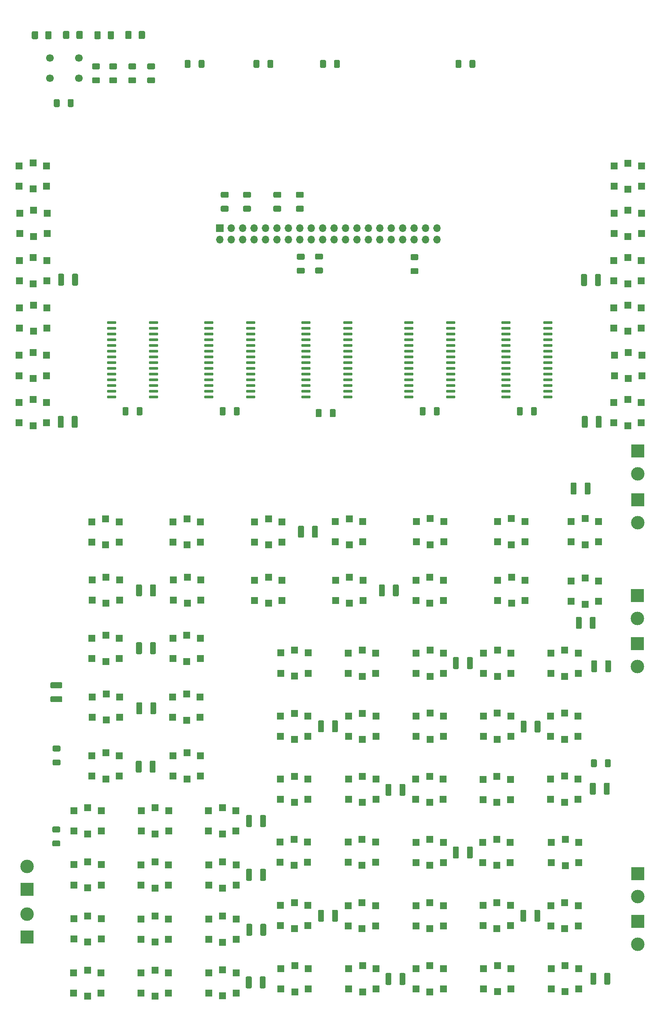
<source format=gbr>
%TF.GenerationSoftware,KiCad,Pcbnew,(5.1.10)-1*%
%TF.CreationDate,2022-01-05T11:04:47+00:00*%
%TF.ProjectId,opena3xx-mcdu,6f70656e-6133-4787-982d-6d6364752e6b,0.1*%
%TF.SameCoordinates,Original*%
%TF.FileFunction,Soldermask,Bot*%
%TF.FilePolarity,Negative*%
%FSLAX46Y46*%
G04 Gerber Fmt 4.6, Leading zero omitted, Abs format (unit mm)*
G04 Created by KiCad (PCBNEW (5.1.10)-1) date 2022-01-05 11:04:47*
%MOMM*%
%LPD*%
G01*
G04 APERTURE LIST*
%ADD10C,3.000000*%
%ADD11R,3.000000X3.000000*%
%ADD12R,1.524000X1.524000*%
%ADD13C,1.700000*%
%ADD14O,1.700000X1.700000*%
%ADD15R,1.700000X1.700000*%
G04 APERTURE END LIST*
%TO.C,R47*%
G36*
G01*
X45352280Y-172399720D02*
X43202280Y-172399720D01*
G75*
G02*
X42952280Y-172149720I0J250000D01*
G01*
X42952280Y-171349720D01*
G75*
G02*
X43202280Y-171099720I250000J0D01*
G01*
X45352280Y-171099720D01*
G75*
G02*
X45602280Y-171349720I0J-250000D01*
G01*
X45602280Y-172149720D01*
G75*
G02*
X45352280Y-172399720I-250000J0D01*
G01*
G37*
G36*
G01*
X45352280Y-175499720D02*
X43202280Y-175499720D01*
G75*
G02*
X42952280Y-175249720I0J250000D01*
G01*
X42952280Y-174449720D01*
G75*
G02*
X43202280Y-174199720I250000J0D01*
G01*
X45352280Y-174199720D01*
G75*
G02*
X45602280Y-174449720I0J-250000D01*
G01*
X45602280Y-175249720D01*
G75*
G02*
X45352280Y-175499720I-250000J0D01*
G01*
G37*
%TD*%
%TO.C,R46*%
G36*
G01*
X166256540Y-168595620D02*
X166256540Y-166445620D01*
G75*
G02*
X166506540Y-166195620I250000J0D01*
G01*
X167306540Y-166195620D01*
G75*
G02*
X167556540Y-166445620I0J-250000D01*
G01*
X167556540Y-168595620D01*
G75*
G02*
X167306540Y-168845620I-250000J0D01*
G01*
X166506540Y-168845620D01*
G75*
G02*
X166256540Y-168595620I0J250000D01*
G01*
G37*
G36*
G01*
X163156540Y-168595620D02*
X163156540Y-166445620D01*
G75*
G02*
X163406540Y-166195620I250000J0D01*
G01*
X164206540Y-166195620D01*
G75*
G02*
X164456540Y-166445620I0J-250000D01*
G01*
X164456540Y-168595620D01*
G75*
G02*
X164206540Y-168845620I-250000J0D01*
G01*
X163406540Y-168845620D01*
G75*
G02*
X163156540Y-168595620I0J250000D01*
G01*
G37*
%TD*%
%TO.C,R45*%
G36*
G01*
X162835160Y-158979180D02*
X162835160Y-156829180D01*
G75*
G02*
X163085160Y-156579180I250000J0D01*
G01*
X163885160Y-156579180D01*
G75*
G02*
X164135160Y-156829180I0J-250000D01*
G01*
X164135160Y-158979180D01*
G75*
G02*
X163885160Y-159229180I-250000J0D01*
G01*
X163085160Y-159229180D01*
G75*
G02*
X162835160Y-158979180I0J250000D01*
G01*
G37*
G36*
G01*
X159735160Y-158979180D02*
X159735160Y-156829180D01*
G75*
G02*
X159985160Y-156579180I250000J0D01*
G01*
X160785160Y-156579180D01*
G75*
G02*
X161035160Y-156829180I0J-250000D01*
G01*
X161035160Y-158979180D01*
G75*
G02*
X160785160Y-159229180I-250000J0D01*
G01*
X159985160Y-159229180D01*
G75*
G02*
X159735160Y-158979180I0J250000D01*
G01*
G37*
%TD*%
D10*
%TO.C,J3*%
X173482000Y-229260000D03*
D11*
X173482000Y-224180000D03*
%TD*%
D12*
%TO.C,SW74*%
X70168000Y-161328000D03*
X76268000Y-161328000D03*
X70168000Y-165828000D03*
X76268000Y-165828000D03*
X73268000Y-160678000D03*
X73268000Y-166478000D03*
%TD*%
D10*
%TO.C,J9*%
X173380000Y-167589000D03*
D11*
X173380000Y-162509000D03*
%TD*%
D12*
%TO.C,SW73*%
X142304000Y-135420000D03*
X148404000Y-135420000D03*
X142304000Y-139920000D03*
X148404000Y-139920000D03*
X145404000Y-134770000D03*
X145404000Y-140570000D03*
%TD*%
%TO.C,SW17*%
X127370000Y-140570000D03*
X127370000Y-134770000D03*
X130370000Y-139920000D03*
X124270000Y-139920000D03*
X130370000Y-135420000D03*
X124270000Y-135420000D03*
%TD*%
D10*
%TO.C,J8*%
X173380000Y-156896000D03*
D11*
X173380000Y-151816000D03*
%TD*%
D12*
%TO.C,SW3*%
X39145600Y-82657600D03*
X39145600Y-76857600D03*
X42145600Y-82007600D03*
X36045600Y-82007600D03*
X42145600Y-77507600D03*
X36045600Y-77507600D03*
%TD*%
%TO.C,SW72*%
X161812000Y-153778000D03*
X161812000Y-147978000D03*
X164812000Y-153128000D03*
X158712000Y-153128000D03*
X164812000Y-148628000D03*
X158712000Y-148628000D03*
%TD*%
%TO.C,SW71*%
X161812000Y-140570000D03*
X161812000Y-134770000D03*
X164812000Y-139920000D03*
X158712000Y-139920000D03*
X164812000Y-135420000D03*
X158712000Y-135420000D03*
%TD*%
%TO.C,R44*%
G36*
G01*
X161682000Y-129167001D02*
X161682000Y-127016999D01*
G75*
G02*
X161931999Y-126767000I249999J0D01*
G01*
X162732001Y-126767000D01*
G75*
G02*
X162982000Y-127016999I0J-249999D01*
G01*
X162982000Y-129167001D01*
G75*
G02*
X162732001Y-129417000I-249999J0D01*
G01*
X161931999Y-129417000D01*
G75*
G02*
X161682000Y-129167001I0J249999D01*
G01*
G37*
G36*
G01*
X158582000Y-129167001D02*
X158582000Y-127016999D01*
G75*
G02*
X158831999Y-126767000I249999J0D01*
G01*
X159632001Y-126767000D01*
G75*
G02*
X159882000Y-127016999I0J-249999D01*
G01*
X159882000Y-129167001D01*
G75*
G02*
X159632001Y-129417000I-249999J0D01*
G01*
X158831999Y-129417000D01*
G75*
G02*
X158582000Y-129167001I0J249999D01*
G01*
G37*
%TD*%
D10*
%TO.C,J7*%
X173469000Y-124841000D03*
D11*
X173469000Y-119761000D03*
%TD*%
D10*
%TO.C,J6*%
X173469000Y-135636000D03*
D11*
X173469000Y-130556000D03*
%TD*%
D12*
%TO.C,SW25*%
X51272000Y-204755000D03*
X51272000Y-198955000D03*
X54272000Y-204105000D03*
X48172000Y-204105000D03*
X54272000Y-199605000D03*
X48172000Y-199605000D03*
%TD*%
%TO.C,U5*%
G36*
G01*
X152469000Y-107922000D02*
X152469000Y-107622000D01*
G75*
G02*
X152619000Y-107472000I150000J0D01*
G01*
X154369000Y-107472000D01*
G75*
G02*
X154519000Y-107622000I0J-150000D01*
G01*
X154519000Y-107922000D01*
G75*
G02*
X154369000Y-108072000I-150000J0D01*
G01*
X152619000Y-108072000D01*
G75*
G02*
X152469000Y-107922000I0J150000D01*
G01*
G37*
G36*
G01*
X152469000Y-106652000D02*
X152469000Y-106352000D01*
G75*
G02*
X152619000Y-106202000I150000J0D01*
G01*
X154369000Y-106202000D01*
G75*
G02*
X154519000Y-106352000I0J-150000D01*
G01*
X154519000Y-106652000D01*
G75*
G02*
X154369000Y-106802000I-150000J0D01*
G01*
X152619000Y-106802000D01*
G75*
G02*
X152469000Y-106652000I0J150000D01*
G01*
G37*
G36*
G01*
X152469000Y-105382000D02*
X152469000Y-105082000D01*
G75*
G02*
X152619000Y-104932000I150000J0D01*
G01*
X154369000Y-104932000D01*
G75*
G02*
X154519000Y-105082000I0J-150000D01*
G01*
X154519000Y-105382000D01*
G75*
G02*
X154369000Y-105532000I-150000J0D01*
G01*
X152619000Y-105532000D01*
G75*
G02*
X152469000Y-105382000I0J150000D01*
G01*
G37*
G36*
G01*
X152469000Y-104112000D02*
X152469000Y-103812000D01*
G75*
G02*
X152619000Y-103662000I150000J0D01*
G01*
X154369000Y-103662000D01*
G75*
G02*
X154519000Y-103812000I0J-150000D01*
G01*
X154519000Y-104112000D01*
G75*
G02*
X154369000Y-104262000I-150000J0D01*
G01*
X152619000Y-104262000D01*
G75*
G02*
X152469000Y-104112000I0J150000D01*
G01*
G37*
G36*
G01*
X152469000Y-102842000D02*
X152469000Y-102542000D01*
G75*
G02*
X152619000Y-102392000I150000J0D01*
G01*
X154369000Y-102392000D01*
G75*
G02*
X154519000Y-102542000I0J-150000D01*
G01*
X154519000Y-102842000D01*
G75*
G02*
X154369000Y-102992000I-150000J0D01*
G01*
X152619000Y-102992000D01*
G75*
G02*
X152469000Y-102842000I0J150000D01*
G01*
G37*
G36*
G01*
X152469000Y-101572000D02*
X152469000Y-101272000D01*
G75*
G02*
X152619000Y-101122000I150000J0D01*
G01*
X154369000Y-101122000D01*
G75*
G02*
X154519000Y-101272000I0J-150000D01*
G01*
X154519000Y-101572000D01*
G75*
G02*
X154369000Y-101722000I-150000J0D01*
G01*
X152619000Y-101722000D01*
G75*
G02*
X152469000Y-101572000I0J150000D01*
G01*
G37*
G36*
G01*
X152469000Y-100302000D02*
X152469000Y-100002000D01*
G75*
G02*
X152619000Y-99852000I150000J0D01*
G01*
X154369000Y-99852000D01*
G75*
G02*
X154519000Y-100002000I0J-150000D01*
G01*
X154519000Y-100302000D01*
G75*
G02*
X154369000Y-100452000I-150000J0D01*
G01*
X152619000Y-100452000D01*
G75*
G02*
X152469000Y-100302000I0J150000D01*
G01*
G37*
G36*
G01*
X152469000Y-99032000D02*
X152469000Y-98732000D01*
G75*
G02*
X152619000Y-98582000I150000J0D01*
G01*
X154369000Y-98582000D01*
G75*
G02*
X154519000Y-98732000I0J-150000D01*
G01*
X154519000Y-99032000D01*
G75*
G02*
X154369000Y-99182000I-150000J0D01*
G01*
X152619000Y-99182000D01*
G75*
G02*
X152469000Y-99032000I0J150000D01*
G01*
G37*
G36*
G01*
X152469000Y-97762000D02*
X152469000Y-97462000D01*
G75*
G02*
X152619000Y-97312000I150000J0D01*
G01*
X154369000Y-97312000D01*
G75*
G02*
X154519000Y-97462000I0J-150000D01*
G01*
X154519000Y-97762000D01*
G75*
G02*
X154369000Y-97912000I-150000J0D01*
G01*
X152619000Y-97912000D01*
G75*
G02*
X152469000Y-97762000I0J150000D01*
G01*
G37*
G36*
G01*
X152469000Y-96492000D02*
X152469000Y-96192000D01*
G75*
G02*
X152619000Y-96042000I150000J0D01*
G01*
X154369000Y-96042000D01*
G75*
G02*
X154519000Y-96192000I0J-150000D01*
G01*
X154519000Y-96492000D01*
G75*
G02*
X154369000Y-96642000I-150000J0D01*
G01*
X152619000Y-96642000D01*
G75*
G02*
X152469000Y-96492000I0J150000D01*
G01*
G37*
G36*
G01*
X152469000Y-95222000D02*
X152469000Y-94922000D01*
G75*
G02*
X152619000Y-94772000I150000J0D01*
G01*
X154369000Y-94772000D01*
G75*
G02*
X154519000Y-94922000I0J-150000D01*
G01*
X154519000Y-95222000D01*
G75*
G02*
X154369000Y-95372000I-150000J0D01*
G01*
X152619000Y-95372000D01*
G75*
G02*
X152469000Y-95222000I0J150000D01*
G01*
G37*
G36*
G01*
X152469000Y-93952000D02*
X152469000Y-93652000D01*
G75*
G02*
X152619000Y-93502000I150000J0D01*
G01*
X154369000Y-93502000D01*
G75*
G02*
X154519000Y-93652000I0J-150000D01*
G01*
X154519000Y-93952000D01*
G75*
G02*
X154369000Y-94102000I-150000J0D01*
G01*
X152619000Y-94102000D01*
G75*
G02*
X152469000Y-93952000I0J150000D01*
G01*
G37*
G36*
G01*
X152469000Y-92682000D02*
X152469000Y-92382000D01*
G75*
G02*
X152619000Y-92232000I150000J0D01*
G01*
X154369000Y-92232000D01*
G75*
G02*
X154519000Y-92382000I0J-150000D01*
G01*
X154519000Y-92682000D01*
G75*
G02*
X154369000Y-92832000I-150000J0D01*
G01*
X152619000Y-92832000D01*
G75*
G02*
X152469000Y-92682000I0J150000D01*
G01*
G37*
G36*
G01*
X152469000Y-91412000D02*
X152469000Y-91112000D01*
G75*
G02*
X152619000Y-90962000I150000J0D01*
G01*
X154369000Y-90962000D01*
G75*
G02*
X154519000Y-91112000I0J-150000D01*
G01*
X154519000Y-91412000D01*
G75*
G02*
X154369000Y-91562000I-150000J0D01*
G01*
X152619000Y-91562000D01*
G75*
G02*
X152469000Y-91412000I0J150000D01*
G01*
G37*
G36*
G01*
X143169000Y-91412000D02*
X143169000Y-91112000D01*
G75*
G02*
X143319000Y-90962000I150000J0D01*
G01*
X145069000Y-90962000D01*
G75*
G02*
X145219000Y-91112000I0J-150000D01*
G01*
X145219000Y-91412000D01*
G75*
G02*
X145069000Y-91562000I-150000J0D01*
G01*
X143319000Y-91562000D01*
G75*
G02*
X143169000Y-91412000I0J150000D01*
G01*
G37*
G36*
G01*
X143169000Y-92682000D02*
X143169000Y-92382000D01*
G75*
G02*
X143319000Y-92232000I150000J0D01*
G01*
X145069000Y-92232000D01*
G75*
G02*
X145219000Y-92382000I0J-150000D01*
G01*
X145219000Y-92682000D01*
G75*
G02*
X145069000Y-92832000I-150000J0D01*
G01*
X143319000Y-92832000D01*
G75*
G02*
X143169000Y-92682000I0J150000D01*
G01*
G37*
G36*
G01*
X143169000Y-93952000D02*
X143169000Y-93652000D01*
G75*
G02*
X143319000Y-93502000I150000J0D01*
G01*
X145069000Y-93502000D01*
G75*
G02*
X145219000Y-93652000I0J-150000D01*
G01*
X145219000Y-93952000D01*
G75*
G02*
X145069000Y-94102000I-150000J0D01*
G01*
X143319000Y-94102000D01*
G75*
G02*
X143169000Y-93952000I0J150000D01*
G01*
G37*
G36*
G01*
X143169000Y-95222000D02*
X143169000Y-94922000D01*
G75*
G02*
X143319000Y-94772000I150000J0D01*
G01*
X145069000Y-94772000D01*
G75*
G02*
X145219000Y-94922000I0J-150000D01*
G01*
X145219000Y-95222000D01*
G75*
G02*
X145069000Y-95372000I-150000J0D01*
G01*
X143319000Y-95372000D01*
G75*
G02*
X143169000Y-95222000I0J150000D01*
G01*
G37*
G36*
G01*
X143169000Y-96492000D02*
X143169000Y-96192000D01*
G75*
G02*
X143319000Y-96042000I150000J0D01*
G01*
X145069000Y-96042000D01*
G75*
G02*
X145219000Y-96192000I0J-150000D01*
G01*
X145219000Y-96492000D01*
G75*
G02*
X145069000Y-96642000I-150000J0D01*
G01*
X143319000Y-96642000D01*
G75*
G02*
X143169000Y-96492000I0J150000D01*
G01*
G37*
G36*
G01*
X143169000Y-97762000D02*
X143169000Y-97462000D01*
G75*
G02*
X143319000Y-97312000I150000J0D01*
G01*
X145069000Y-97312000D01*
G75*
G02*
X145219000Y-97462000I0J-150000D01*
G01*
X145219000Y-97762000D01*
G75*
G02*
X145069000Y-97912000I-150000J0D01*
G01*
X143319000Y-97912000D01*
G75*
G02*
X143169000Y-97762000I0J150000D01*
G01*
G37*
G36*
G01*
X143169000Y-99032000D02*
X143169000Y-98732000D01*
G75*
G02*
X143319000Y-98582000I150000J0D01*
G01*
X145069000Y-98582000D01*
G75*
G02*
X145219000Y-98732000I0J-150000D01*
G01*
X145219000Y-99032000D01*
G75*
G02*
X145069000Y-99182000I-150000J0D01*
G01*
X143319000Y-99182000D01*
G75*
G02*
X143169000Y-99032000I0J150000D01*
G01*
G37*
G36*
G01*
X143169000Y-100302000D02*
X143169000Y-100002000D01*
G75*
G02*
X143319000Y-99852000I150000J0D01*
G01*
X145069000Y-99852000D01*
G75*
G02*
X145219000Y-100002000I0J-150000D01*
G01*
X145219000Y-100302000D01*
G75*
G02*
X145069000Y-100452000I-150000J0D01*
G01*
X143319000Y-100452000D01*
G75*
G02*
X143169000Y-100302000I0J150000D01*
G01*
G37*
G36*
G01*
X143169000Y-101572000D02*
X143169000Y-101272000D01*
G75*
G02*
X143319000Y-101122000I150000J0D01*
G01*
X145069000Y-101122000D01*
G75*
G02*
X145219000Y-101272000I0J-150000D01*
G01*
X145219000Y-101572000D01*
G75*
G02*
X145069000Y-101722000I-150000J0D01*
G01*
X143319000Y-101722000D01*
G75*
G02*
X143169000Y-101572000I0J150000D01*
G01*
G37*
G36*
G01*
X143169000Y-102842000D02*
X143169000Y-102542000D01*
G75*
G02*
X143319000Y-102392000I150000J0D01*
G01*
X145069000Y-102392000D01*
G75*
G02*
X145219000Y-102542000I0J-150000D01*
G01*
X145219000Y-102842000D01*
G75*
G02*
X145069000Y-102992000I-150000J0D01*
G01*
X143319000Y-102992000D01*
G75*
G02*
X143169000Y-102842000I0J150000D01*
G01*
G37*
G36*
G01*
X143169000Y-104112000D02*
X143169000Y-103812000D01*
G75*
G02*
X143319000Y-103662000I150000J0D01*
G01*
X145069000Y-103662000D01*
G75*
G02*
X145219000Y-103812000I0J-150000D01*
G01*
X145219000Y-104112000D01*
G75*
G02*
X145069000Y-104262000I-150000J0D01*
G01*
X143319000Y-104262000D01*
G75*
G02*
X143169000Y-104112000I0J150000D01*
G01*
G37*
G36*
G01*
X143169000Y-105382000D02*
X143169000Y-105082000D01*
G75*
G02*
X143319000Y-104932000I150000J0D01*
G01*
X145069000Y-104932000D01*
G75*
G02*
X145219000Y-105082000I0J-150000D01*
G01*
X145219000Y-105382000D01*
G75*
G02*
X145069000Y-105532000I-150000J0D01*
G01*
X143319000Y-105532000D01*
G75*
G02*
X143169000Y-105382000I0J150000D01*
G01*
G37*
G36*
G01*
X143169000Y-106652000D02*
X143169000Y-106352000D01*
G75*
G02*
X143319000Y-106202000I150000J0D01*
G01*
X145069000Y-106202000D01*
G75*
G02*
X145219000Y-106352000I0J-150000D01*
G01*
X145219000Y-106652000D01*
G75*
G02*
X145069000Y-106802000I-150000J0D01*
G01*
X143319000Y-106802000D01*
G75*
G02*
X143169000Y-106652000I0J150000D01*
G01*
G37*
G36*
G01*
X143169000Y-107922000D02*
X143169000Y-107622000D01*
G75*
G02*
X143319000Y-107472000I150000J0D01*
G01*
X145069000Y-107472000D01*
G75*
G02*
X145219000Y-107622000I0J-150000D01*
G01*
X145219000Y-107922000D01*
G75*
G02*
X145069000Y-108072000I-150000J0D01*
G01*
X143319000Y-108072000D01*
G75*
G02*
X143169000Y-107922000I0J150000D01*
G01*
G37*
%TD*%
%TO.C,U4*%
G36*
G01*
X130879000Y-107922000D02*
X130879000Y-107622000D01*
G75*
G02*
X131029000Y-107472000I150000J0D01*
G01*
X132779000Y-107472000D01*
G75*
G02*
X132929000Y-107622000I0J-150000D01*
G01*
X132929000Y-107922000D01*
G75*
G02*
X132779000Y-108072000I-150000J0D01*
G01*
X131029000Y-108072000D01*
G75*
G02*
X130879000Y-107922000I0J150000D01*
G01*
G37*
G36*
G01*
X130879000Y-106652000D02*
X130879000Y-106352000D01*
G75*
G02*
X131029000Y-106202000I150000J0D01*
G01*
X132779000Y-106202000D01*
G75*
G02*
X132929000Y-106352000I0J-150000D01*
G01*
X132929000Y-106652000D01*
G75*
G02*
X132779000Y-106802000I-150000J0D01*
G01*
X131029000Y-106802000D01*
G75*
G02*
X130879000Y-106652000I0J150000D01*
G01*
G37*
G36*
G01*
X130879000Y-105382000D02*
X130879000Y-105082000D01*
G75*
G02*
X131029000Y-104932000I150000J0D01*
G01*
X132779000Y-104932000D01*
G75*
G02*
X132929000Y-105082000I0J-150000D01*
G01*
X132929000Y-105382000D01*
G75*
G02*
X132779000Y-105532000I-150000J0D01*
G01*
X131029000Y-105532000D01*
G75*
G02*
X130879000Y-105382000I0J150000D01*
G01*
G37*
G36*
G01*
X130879000Y-104112000D02*
X130879000Y-103812000D01*
G75*
G02*
X131029000Y-103662000I150000J0D01*
G01*
X132779000Y-103662000D01*
G75*
G02*
X132929000Y-103812000I0J-150000D01*
G01*
X132929000Y-104112000D01*
G75*
G02*
X132779000Y-104262000I-150000J0D01*
G01*
X131029000Y-104262000D01*
G75*
G02*
X130879000Y-104112000I0J150000D01*
G01*
G37*
G36*
G01*
X130879000Y-102842000D02*
X130879000Y-102542000D01*
G75*
G02*
X131029000Y-102392000I150000J0D01*
G01*
X132779000Y-102392000D01*
G75*
G02*
X132929000Y-102542000I0J-150000D01*
G01*
X132929000Y-102842000D01*
G75*
G02*
X132779000Y-102992000I-150000J0D01*
G01*
X131029000Y-102992000D01*
G75*
G02*
X130879000Y-102842000I0J150000D01*
G01*
G37*
G36*
G01*
X130879000Y-101572000D02*
X130879000Y-101272000D01*
G75*
G02*
X131029000Y-101122000I150000J0D01*
G01*
X132779000Y-101122000D01*
G75*
G02*
X132929000Y-101272000I0J-150000D01*
G01*
X132929000Y-101572000D01*
G75*
G02*
X132779000Y-101722000I-150000J0D01*
G01*
X131029000Y-101722000D01*
G75*
G02*
X130879000Y-101572000I0J150000D01*
G01*
G37*
G36*
G01*
X130879000Y-100302000D02*
X130879000Y-100002000D01*
G75*
G02*
X131029000Y-99852000I150000J0D01*
G01*
X132779000Y-99852000D01*
G75*
G02*
X132929000Y-100002000I0J-150000D01*
G01*
X132929000Y-100302000D01*
G75*
G02*
X132779000Y-100452000I-150000J0D01*
G01*
X131029000Y-100452000D01*
G75*
G02*
X130879000Y-100302000I0J150000D01*
G01*
G37*
G36*
G01*
X130879000Y-99032000D02*
X130879000Y-98732000D01*
G75*
G02*
X131029000Y-98582000I150000J0D01*
G01*
X132779000Y-98582000D01*
G75*
G02*
X132929000Y-98732000I0J-150000D01*
G01*
X132929000Y-99032000D01*
G75*
G02*
X132779000Y-99182000I-150000J0D01*
G01*
X131029000Y-99182000D01*
G75*
G02*
X130879000Y-99032000I0J150000D01*
G01*
G37*
G36*
G01*
X130879000Y-97762000D02*
X130879000Y-97462000D01*
G75*
G02*
X131029000Y-97312000I150000J0D01*
G01*
X132779000Y-97312000D01*
G75*
G02*
X132929000Y-97462000I0J-150000D01*
G01*
X132929000Y-97762000D01*
G75*
G02*
X132779000Y-97912000I-150000J0D01*
G01*
X131029000Y-97912000D01*
G75*
G02*
X130879000Y-97762000I0J150000D01*
G01*
G37*
G36*
G01*
X130879000Y-96492000D02*
X130879000Y-96192000D01*
G75*
G02*
X131029000Y-96042000I150000J0D01*
G01*
X132779000Y-96042000D01*
G75*
G02*
X132929000Y-96192000I0J-150000D01*
G01*
X132929000Y-96492000D01*
G75*
G02*
X132779000Y-96642000I-150000J0D01*
G01*
X131029000Y-96642000D01*
G75*
G02*
X130879000Y-96492000I0J150000D01*
G01*
G37*
G36*
G01*
X130879000Y-95222000D02*
X130879000Y-94922000D01*
G75*
G02*
X131029000Y-94772000I150000J0D01*
G01*
X132779000Y-94772000D01*
G75*
G02*
X132929000Y-94922000I0J-150000D01*
G01*
X132929000Y-95222000D01*
G75*
G02*
X132779000Y-95372000I-150000J0D01*
G01*
X131029000Y-95372000D01*
G75*
G02*
X130879000Y-95222000I0J150000D01*
G01*
G37*
G36*
G01*
X130879000Y-93952000D02*
X130879000Y-93652000D01*
G75*
G02*
X131029000Y-93502000I150000J0D01*
G01*
X132779000Y-93502000D01*
G75*
G02*
X132929000Y-93652000I0J-150000D01*
G01*
X132929000Y-93952000D01*
G75*
G02*
X132779000Y-94102000I-150000J0D01*
G01*
X131029000Y-94102000D01*
G75*
G02*
X130879000Y-93952000I0J150000D01*
G01*
G37*
G36*
G01*
X130879000Y-92682000D02*
X130879000Y-92382000D01*
G75*
G02*
X131029000Y-92232000I150000J0D01*
G01*
X132779000Y-92232000D01*
G75*
G02*
X132929000Y-92382000I0J-150000D01*
G01*
X132929000Y-92682000D01*
G75*
G02*
X132779000Y-92832000I-150000J0D01*
G01*
X131029000Y-92832000D01*
G75*
G02*
X130879000Y-92682000I0J150000D01*
G01*
G37*
G36*
G01*
X130879000Y-91412000D02*
X130879000Y-91112000D01*
G75*
G02*
X131029000Y-90962000I150000J0D01*
G01*
X132779000Y-90962000D01*
G75*
G02*
X132929000Y-91112000I0J-150000D01*
G01*
X132929000Y-91412000D01*
G75*
G02*
X132779000Y-91562000I-150000J0D01*
G01*
X131029000Y-91562000D01*
G75*
G02*
X130879000Y-91412000I0J150000D01*
G01*
G37*
G36*
G01*
X121579000Y-91412000D02*
X121579000Y-91112000D01*
G75*
G02*
X121729000Y-90962000I150000J0D01*
G01*
X123479000Y-90962000D01*
G75*
G02*
X123629000Y-91112000I0J-150000D01*
G01*
X123629000Y-91412000D01*
G75*
G02*
X123479000Y-91562000I-150000J0D01*
G01*
X121729000Y-91562000D01*
G75*
G02*
X121579000Y-91412000I0J150000D01*
G01*
G37*
G36*
G01*
X121579000Y-92682000D02*
X121579000Y-92382000D01*
G75*
G02*
X121729000Y-92232000I150000J0D01*
G01*
X123479000Y-92232000D01*
G75*
G02*
X123629000Y-92382000I0J-150000D01*
G01*
X123629000Y-92682000D01*
G75*
G02*
X123479000Y-92832000I-150000J0D01*
G01*
X121729000Y-92832000D01*
G75*
G02*
X121579000Y-92682000I0J150000D01*
G01*
G37*
G36*
G01*
X121579000Y-93952000D02*
X121579000Y-93652000D01*
G75*
G02*
X121729000Y-93502000I150000J0D01*
G01*
X123479000Y-93502000D01*
G75*
G02*
X123629000Y-93652000I0J-150000D01*
G01*
X123629000Y-93952000D01*
G75*
G02*
X123479000Y-94102000I-150000J0D01*
G01*
X121729000Y-94102000D01*
G75*
G02*
X121579000Y-93952000I0J150000D01*
G01*
G37*
G36*
G01*
X121579000Y-95222000D02*
X121579000Y-94922000D01*
G75*
G02*
X121729000Y-94772000I150000J0D01*
G01*
X123479000Y-94772000D01*
G75*
G02*
X123629000Y-94922000I0J-150000D01*
G01*
X123629000Y-95222000D01*
G75*
G02*
X123479000Y-95372000I-150000J0D01*
G01*
X121729000Y-95372000D01*
G75*
G02*
X121579000Y-95222000I0J150000D01*
G01*
G37*
G36*
G01*
X121579000Y-96492000D02*
X121579000Y-96192000D01*
G75*
G02*
X121729000Y-96042000I150000J0D01*
G01*
X123479000Y-96042000D01*
G75*
G02*
X123629000Y-96192000I0J-150000D01*
G01*
X123629000Y-96492000D01*
G75*
G02*
X123479000Y-96642000I-150000J0D01*
G01*
X121729000Y-96642000D01*
G75*
G02*
X121579000Y-96492000I0J150000D01*
G01*
G37*
G36*
G01*
X121579000Y-97762000D02*
X121579000Y-97462000D01*
G75*
G02*
X121729000Y-97312000I150000J0D01*
G01*
X123479000Y-97312000D01*
G75*
G02*
X123629000Y-97462000I0J-150000D01*
G01*
X123629000Y-97762000D01*
G75*
G02*
X123479000Y-97912000I-150000J0D01*
G01*
X121729000Y-97912000D01*
G75*
G02*
X121579000Y-97762000I0J150000D01*
G01*
G37*
G36*
G01*
X121579000Y-99032000D02*
X121579000Y-98732000D01*
G75*
G02*
X121729000Y-98582000I150000J0D01*
G01*
X123479000Y-98582000D01*
G75*
G02*
X123629000Y-98732000I0J-150000D01*
G01*
X123629000Y-99032000D01*
G75*
G02*
X123479000Y-99182000I-150000J0D01*
G01*
X121729000Y-99182000D01*
G75*
G02*
X121579000Y-99032000I0J150000D01*
G01*
G37*
G36*
G01*
X121579000Y-100302000D02*
X121579000Y-100002000D01*
G75*
G02*
X121729000Y-99852000I150000J0D01*
G01*
X123479000Y-99852000D01*
G75*
G02*
X123629000Y-100002000I0J-150000D01*
G01*
X123629000Y-100302000D01*
G75*
G02*
X123479000Y-100452000I-150000J0D01*
G01*
X121729000Y-100452000D01*
G75*
G02*
X121579000Y-100302000I0J150000D01*
G01*
G37*
G36*
G01*
X121579000Y-101572000D02*
X121579000Y-101272000D01*
G75*
G02*
X121729000Y-101122000I150000J0D01*
G01*
X123479000Y-101122000D01*
G75*
G02*
X123629000Y-101272000I0J-150000D01*
G01*
X123629000Y-101572000D01*
G75*
G02*
X123479000Y-101722000I-150000J0D01*
G01*
X121729000Y-101722000D01*
G75*
G02*
X121579000Y-101572000I0J150000D01*
G01*
G37*
G36*
G01*
X121579000Y-102842000D02*
X121579000Y-102542000D01*
G75*
G02*
X121729000Y-102392000I150000J0D01*
G01*
X123479000Y-102392000D01*
G75*
G02*
X123629000Y-102542000I0J-150000D01*
G01*
X123629000Y-102842000D01*
G75*
G02*
X123479000Y-102992000I-150000J0D01*
G01*
X121729000Y-102992000D01*
G75*
G02*
X121579000Y-102842000I0J150000D01*
G01*
G37*
G36*
G01*
X121579000Y-104112000D02*
X121579000Y-103812000D01*
G75*
G02*
X121729000Y-103662000I150000J0D01*
G01*
X123479000Y-103662000D01*
G75*
G02*
X123629000Y-103812000I0J-150000D01*
G01*
X123629000Y-104112000D01*
G75*
G02*
X123479000Y-104262000I-150000J0D01*
G01*
X121729000Y-104262000D01*
G75*
G02*
X121579000Y-104112000I0J150000D01*
G01*
G37*
G36*
G01*
X121579000Y-105382000D02*
X121579000Y-105082000D01*
G75*
G02*
X121729000Y-104932000I150000J0D01*
G01*
X123479000Y-104932000D01*
G75*
G02*
X123629000Y-105082000I0J-150000D01*
G01*
X123629000Y-105382000D01*
G75*
G02*
X123479000Y-105532000I-150000J0D01*
G01*
X121729000Y-105532000D01*
G75*
G02*
X121579000Y-105382000I0J150000D01*
G01*
G37*
G36*
G01*
X121579000Y-106652000D02*
X121579000Y-106352000D01*
G75*
G02*
X121729000Y-106202000I150000J0D01*
G01*
X123479000Y-106202000D01*
G75*
G02*
X123629000Y-106352000I0J-150000D01*
G01*
X123629000Y-106652000D01*
G75*
G02*
X123479000Y-106802000I-150000J0D01*
G01*
X121729000Y-106802000D01*
G75*
G02*
X121579000Y-106652000I0J150000D01*
G01*
G37*
G36*
G01*
X121579000Y-107922000D02*
X121579000Y-107622000D01*
G75*
G02*
X121729000Y-107472000I150000J0D01*
G01*
X123479000Y-107472000D01*
G75*
G02*
X123629000Y-107622000I0J-150000D01*
G01*
X123629000Y-107922000D01*
G75*
G02*
X123479000Y-108072000I-150000J0D01*
G01*
X121729000Y-108072000D01*
G75*
G02*
X121579000Y-107922000I0J150000D01*
G01*
G37*
%TD*%
%TO.C,U3*%
G36*
G01*
X108019000Y-107922000D02*
X108019000Y-107622000D01*
G75*
G02*
X108169000Y-107472000I150000J0D01*
G01*
X109919000Y-107472000D01*
G75*
G02*
X110069000Y-107622000I0J-150000D01*
G01*
X110069000Y-107922000D01*
G75*
G02*
X109919000Y-108072000I-150000J0D01*
G01*
X108169000Y-108072000D01*
G75*
G02*
X108019000Y-107922000I0J150000D01*
G01*
G37*
G36*
G01*
X108019000Y-106652000D02*
X108019000Y-106352000D01*
G75*
G02*
X108169000Y-106202000I150000J0D01*
G01*
X109919000Y-106202000D01*
G75*
G02*
X110069000Y-106352000I0J-150000D01*
G01*
X110069000Y-106652000D01*
G75*
G02*
X109919000Y-106802000I-150000J0D01*
G01*
X108169000Y-106802000D01*
G75*
G02*
X108019000Y-106652000I0J150000D01*
G01*
G37*
G36*
G01*
X108019000Y-105382000D02*
X108019000Y-105082000D01*
G75*
G02*
X108169000Y-104932000I150000J0D01*
G01*
X109919000Y-104932000D01*
G75*
G02*
X110069000Y-105082000I0J-150000D01*
G01*
X110069000Y-105382000D01*
G75*
G02*
X109919000Y-105532000I-150000J0D01*
G01*
X108169000Y-105532000D01*
G75*
G02*
X108019000Y-105382000I0J150000D01*
G01*
G37*
G36*
G01*
X108019000Y-104112000D02*
X108019000Y-103812000D01*
G75*
G02*
X108169000Y-103662000I150000J0D01*
G01*
X109919000Y-103662000D01*
G75*
G02*
X110069000Y-103812000I0J-150000D01*
G01*
X110069000Y-104112000D01*
G75*
G02*
X109919000Y-104262000I-150000J0D01*
G01*
X108169000Y-104262000D01*
G75*
G02*
X108019000Y-104112000I0J150000D01*
G01*
G37*
G36*
G01*
X108019000Y-102842000D02*
X108019000Y-102542000D01*
G75*
G02*
X108169000Y-102392000I150000J0D01*
G01*
X109919000Y-102392000D01*
G75*
G02*
X110069000Y-102542000I0J-150000D01*
G01*
X110069000Y-102842000D01*
G75*
G02*
X109919000Y-102992000I-150000J0D01*
G01*
X108169000Y-102992000D01*
G75*
G02*
X108019000Y-102842000I0J150000D01*
G01*
G37*
G36*
G01*
X108019000Y-101572000D02*
X108019000Y-101272000D01*
G75*
G02*
X108169000Y-101122000I150000J0D01*
G01*
X109919000Y-101122000D01*
G75*
G02*
X110069000Y-101272000I0J-150000D01*
G01*
X110069000Y-101572000D01*
G75*
G02*
X109919000Y-101722000I-150000J0D01*
G01*
X108169000Y-101722000D01*
G75*
G02*
X108019000Y-101572000I0J150000D01*
G01*
G37*
G36*
G01*
X108019000Y-100302000D02*
X108019000Y-100002000D01*
G75*
G02*
X108169000Y-99852000I150000J0D01*
G01*
X109919000Y-99852000D01*
G75*
G02*
X110069000Y-100002000I0J-150000D01*
G01*
X110069000Y-100302000D01*
G75*
G02*
X109919000Y-100452000I-150000J0D01*
G01*
X108169000Y-100452000D01*
G75*
G02*
X108019000Y-100302000I0J150000D01*
G01*
G37*
G36*
G01*
X108019000Y-99032000D02*
X108019000Y-98732000D01*
G75*
G02*
X108169000Y-98582000I150000J0D01*
G01*
X109919000Y-98582000D01*
G75*
G02*
X110069000Y-98732000I0J-150000D01*
G01*
X110069000Y-99032000D01*
G75*
G02*
X109919000Y-99182000I-150000J0D01*
G01*
X108169000Y-99182000D01*
G75*
G02*
X108019000Y-99032000I0J150000D01*
G01*
G37*
G36*
G01*
X108019000Y-97762000D02*
X108019000Y-97462000D01*
G75*
G02*
X108169000Y-97312000I150000J0D01*
G01*
X109919000Y-97312000D01*
G75*
G02*
X110069000Y-97462000I0J-150000D01*
G01*
X110069000Y-97762000D01*
G75*
G02*
X109919000Y-97912000I-150000J0D01*
G01*
X108169000Y-97912000D01*
G75*
G02*
X108019000Y-97762000I0J150000D01*
G01*
G37*
G36*
G01*
X108019000Y-96492000D02*
X108019000Y-96192000D01*
G75*
G02*
X108169000Y-96042000I150000J0D01*
G01*
X109919000Y-96042000D01*
G75*
G02*
X110069000Y-96192000I0J-150000D01*
G01*
X110069000Y-96492000D01*
G75*
G02*
X109919000Y-96642000I-150000J0D01*
G01*
X108169000Y-96642000D01*
G75*
G02*
X108019000Y-96492000I0J150000D01*
G01*
G37*
G36*
G01*
X108019000Y-95222000D02*
X108019000Y-94922000D01*
G75*
G02*
X108169000Y-94772000I150000J0D01*
G01*
X109919000Y-94772000D01*
G75*
G02*
X110069000Y-94922000I0J-150000D01*
G01*
X110069000Y-95222000D01*
G75*
G02*
X109919000Y-95372000I-150000J0D01*
G01*
X108169000Y-95372000D01*
G75*
G02*
X108019000Y-95222000I0J150000D01*
G01*
G37*
G36*
G01*
X108019000Y-93952000D02*
X108019000Y-93652000D01*
G75*
G02*
X108169000Y-93502000I150000J0D01*
G01*
X109919000Y-93502000D01*
G75*
G02*
X110069000Y-93652000I0J-150000D01*
G01*
X110069000Y-93952000D01*
G75*
G02*
X109919000Y-94102000I-150000J0D01*
G01*
X108169000Y-94102000D01*
G75*
G02*
X108019000Y-93952000I0J150000D01*
G01*
G37*
G36*
G01*
X108019000Y-92682000D02*
X108019000Y-92382000D01*
G75*
G02*
X108169000Y-92232000I150000J0D01*
G01*
X109919000Y-92232000D01*
G75*
G02*
X110069000Y-92382000I0J-150000D01*
G01*
X110069000Y-92682000D01*
G75*
G02*
X109919000Y-92832000I-150000J0D01*
G01*
X108169000Y-92832000D01*
G75*
G02*
X108019000Y-92682000I0J150000D01*
G01*
G37*
G36*
G01*
X108019000Y-91412000D02*
X108019000Y-91112000D01*
G75*
G02*
X108169000Y-90962000I150000J0D01*
G01*
X109919000Y-90962000D01*
G75*
G02*
X110069000Y-91112000I0J-150000D01*
G01*
X110069000Y-91412000D01*
G75*
G02*
X109919000Y-91562000I-150000J0D01*
G01*
X108169000Y-91562000D01*
G75*
G02*
X108019000Y-91412000I0J150000D01*
G01*
G37*
G36*
G01*
X98719000Y-91412000D02*
X98719000Y-91112000D01*
G75*
G02*
X98869000Y-90962000I150000J0D01*
G01*
X100619000Y-90962000D01*
G75*
G02*
X100769000Y-91112000I0J-150000D01*
G01*
X100769000Y-91412000D01*
G75*
G02*
X100619000Y-91562000I-150000J0D01*
G01*
X98869000Y-91562000D01*
G75*
G02*
X98719000Y-91412000I0J150000D01*
G01*
G37*
G36*
G01*
X98719000Y-92682000D02*
X98719000Y-92382000D01*
G75*
G02*
X98869000Y-92232000I150000J0D01*
G01*
X100619000Y-92232000D01*
G75*
G02*
X100769000Y-92382000I0J-150000D01*
G01*
X100769000Y-92682000D01*
G75*
G02*
X100619000Y-92832000I-150000J0D01*
G01*
X98869000Y-92832000D01*
G75*
G02*
X98719000Y-92682000I0J150000D01*
G01*
G37*
G36*
G01*
X98719000Y-93952000D02*
X98719000Y-93652000D01*
G75*
G02*
X98869000Y-93502000I150000J0D01*
G01*
X100619000Y-93502000D01*
G75*
G02*
X100769000Y-93652000I0J-150000D01*
G01*
X100769000Y-93952000D01*
G75*
G02*
X100619000Y-94102000I-150000J0D01*
G01*
X98869000Y-94102000D01*
G75*
G02*
X98719000Y-93952000I0J150000D01*
G01*
G37*
G36*
G01*
X98719000Y-95222000D02*
X98719000Y-94922000D01*
G75*
G02*
X98869000Y-94772000I150000J0D01*
G01*
X100619000Y-94772000D01*
G75*
G02*
X100769000Y-94922000I0J-150000D01*
G01*
X100769000Y-95222000D01*
G75*
G02*
X100619000Y-95372000I-150000J0D01*
G01*
X98869000Y-95372000D01*
G75*
G02*
X98719000Y-95222000I0J150000D01*
G01*
G37*
G36*
G01*
X98719000Y-96492000D02*
X98719000Y-96192000D01*
G75*
G02*
X98869000Y-96042000I150000J0D01*
G01*
X100619000Y-96042000D01*
G75*
G02*
X100769000Y-96192000I0J-150000D01*
G01*
X100769000Y-96492000D01*
G75*
G02*
X100619000Y-96642000I-150000J0D01*
G01*
X98869000Y-96642000D01*
G75*
G02*
X98719000Y-96492000I0J150000D01*
G01*
G37*
G36*
G01*
X98719000Y-97762000D02*
X98719000Y-97462000D01*
G75*
G02*
X98869000Y-97312000I150000J0D01*
G01*
X100619000Y-97312000D01*
G75*
G02*
X100769000Y-97462000I0J-150000D01*
G01*
X100769000Y-97762000D01*
G75*
G02*
X100619000Y-97912000I-150000J0D01*
G01*
X98869000Y-97912000D01*
G75*
G02*
X98719000Y-97762000I0J150000D01*
G01*
G37*
G36*
G01*
X98719000Y-99032000D02*
X98719000Y-98732000D01*
G75*
G02*
X98869000Y-98582000I150000J0D01*
G01*
X100619000Y-98582000D01*
G75*
G02*
X100769000Y-98732000I0J-150000D01*
G01*
X100769000Y-99032000D01*
G75*
G02*
X100619000Y-99182000I-150000J0D01*
G01*
X98869000Y-99182000D01*
G75*
G02*
X98719000Y-99032000I0J150000D01*
G01*
G37*
G36*
G01*
X98719000Y-100302000D02*
X98719000Y-100002000D01*
G75*
G02*
X98869000Y-99852000I150000J0D01*
G01*
X100619000Y-99852000D01*
G75*
G02*
X100769000Y-100002000I0J-150000D01*
G01*
X100769000Y-100302000D01*
G75*
G02*
X100619000Y-100452000I-150000J0D01*
G01*
X98869000Y-100452000D01*
G75*
G02*
X98719000Y-100302000I0J150000D01*
G01*
G37*
G36*
G01*
X98719000Y-101572000D02*
X98719000Y-101272000D01*
G75*
G02*
X98869000Y-101122000I150000J0D01*
G01*
X100619000Y-101122000D01*
G75*
G02*
X100769000Y-101272000I0J-150000D01*
G01*
X100769000Y-101572000D01*
G75*
G02*
X100619000Y-101722000I-150000J0D01*
G01*
X98869000Y-101722000D01*
G75*
G02*
X98719000Y-101572000I0J150000D01*
G01*
G37*
G36*
G01*
X98719000Y-102842000D02*
X98719000Y-102542000D01*
G75*
G02*
X98869000Y-102392000I150000J0D01*
G01*
X100619000Y-102392000D01*
G75*
G02*
X100769000Y-102542000I0J-150000D01*
G01*
X100769000Y-102842000D01*
G75*
G02*
X100619000Y-102992000I-150000J0D01*
G01*
X98869000Y-102992000D01*
G75*
G02*
X98719000Y-102842000I0J150000D01*
G01*
G37*
G36*
G01*
X98719000Y-104112000D02*
X98719000Y-103812000D01*
G75*
G02*
X98869000Y-103662000I150000J0D01*
G01*
X100619000Y-103662000D01*
G75*
G02*
X100769000Y-103812000I0J-150000D01*
G01*
X100769000Y-104112000D01*
G75*
G02*
X100619000Y-104262000I-150000J0D01*
G01*
X98869000Y-104262000D01*
G75*
G02*
X98719000Y-104112000I0J150000D01*
G01*
G37*
G36*
G01*
X98719000Y-105382000D02*
X98719000Y-105082000D01*
G75*
G02*
X98869000Y-104932000I150000J0D01*
G01*
X100619000Y-104932000D01*
G75*
G02*
X100769000Y-105082000I0J-150000D01*
G01*
X100769000Y-105382000D01*
G75*
G02*
X100619000Y-105532000I-150000J0D01*
G01*
X98869000Y-105532000D01*
G75*
G02*
X98719000Y-105382000I0J150000D01*
G01*
G37*
G36*
G01*
X98719000Y-106652000D02*
X98719000Y-106352000D01*
G75*
G02*
X98869000Y-106202000I150000J0D01*
G01*
X100619000Y-106202000D01*
G75*
G02*
X100769000Y-106352000I0J-150000D01*
G01*
X100769000Y-106652000D01*
G75*
G02*
X100619000Y-106802000I-150000J0D01*
G01*
X98869000Y-106802000D01*
G75*
G02*
X98719000Y-106652000I0J150000D01*
G01*
G37*
G36*
G01*
X98719000Y-107922000D02*
X98719000Y-107622000D01*
G75*
G02*
X98869000Y-107472000I150000J0D01*
G01*
X100619000Y-107472000D01*
G75*
G02*
X100769000Y-107622000I0J-150000D01*
G01*
X100769000Y-107922000D01*
G75*
G02*
X100619000Y-108072000I-150000J0D01*
G01*
X98869000Y-108072000D01*
G75*
G02*
X98719000Y-107922000I0J150000D01*
G01*
G37*
%TD*%
%TO.C,U2*%
G36*
G01*
X86429000Y-107922000D02*
X86429000Y-107622000D01*
G75*
G02*
X86579000Y-107472000I150000J0D01*
G01*
X88329000Y-107472000D01*
G75*
G02*
X88479000Y-107622000I0J-150000D01*
G01*
X88479000Y-107922000D01*
G75*
G02*
X88329000Y-108072000I-150000J0D01*
G01*
X86579000Y-108072000D01*
G75*
G02*
X86429000Y-107922000I0J150000D01*
G01*
G37*
G36*
G01*
X86429000Y-106652000D02*
X86429000Y-106352000D01*
G75*
G02*
X86579000Y-106202000I150000J0D01*
G01*
X88329000Y-106202000D01*
G75*
G02*
X88479000Y-106352000I0J-150000D01*
G01*
X88479000Y-106652000D01*
G75*
G02*
X88329000Y-106802000I-150000J0D01*
G01*
X86579000Y-106802000D01*
G75*
G02*
X86429000Y-106652000I0J150000D01*
G01*
G37*
G36*
G01*
X86429000Y-105382000D02*
X86429000Y-105082000D01*
G75*
G02*
X86579000Y-104932000I150000J0D01*
G01*
X88329000Y-104932000D01*
G75*
G02*
X88479000Y-105082000I0J-150000D01*
G01*
X88479000Y-105382000D01*
G75*
G02*
X88329000Y-105532000I-150000J0D01*
G01*
X86579000Y-105532000D01*
G75*
G02*
X86429000Y-105382000I0J150000D01*
G01*
G37*
G36*
G01*
X86429000Y-104112000D02*
X86429000Y-103812000D01*
G75*
G02*
X86579000Y-103662000I150000J0D01*
G01*
X88329000Y-103662000D01*
G75*
G02*
X88479000Y-103812000I0J-150000D01*
G01*
X88479000Y-104112000D01*
G75*
G02*
X88329000Y-104262000I-150000J0D01*
G01*
X86579000Y-104262000D01*
G75*
G02*
X86429000Y-104112000I0J150000D01*
G01*
G37*
G36*
G01*
X86429000Y-102842000D02*
X86429000Y-102542000D01*
G75*
G02*
X86579000Y-102392000I150000J0D01*
G01*
X88329000Y-102392000D01*
G75*
G02*
X88479000Y-102542000I0J-150000D01*
G01*
X88479000Y-102842000D01*
G75*
G02*
X88329000Y-102992000I-150000J0D01*
G01*
X86579000Y-102992000D01*
G75*
G02*
X86429000Y-102842000I0J150000D01*
G01*
G37*
G36*
G01*
X86429000Y-101572000D02*
X86429000Y-101272000D01*
G75*
G02*
X86579000Y-101122000I150000J0D01*
G01*
X88329000Y-101122000D01*
G75*
G02*
X88479000Y-101272000I0J-150000D01*
G01*
X88479000Y-101572000D01*
G75*
G02*
X88329000Y-101722000I-150000J0D01*
G01*
X86579000Y-101722000D01*
G75*
G02*
X86429000Y-101572000I0J150000D01*
G01*
G37*
G36*
G01*
X86429000Y-100302000D02*
X86429000Y-100002000D01*
G75*
G02*
X86579000Y-99852000I150000J0D01*
G01*
X88329000Y-99852000D01*
G75*
G02*
X88479000Y-100002000I0J-150000D01*
G01*
X88479000Y-100302000D01*
G75*
G02*
X88329000Y-100452000I-150000J0D01*
G01*
X86579000Y-100452000D01*
G75*
G02*
X86429000Y-100302000I0J150000D01*
G01*
G37*
G36*
G01*
X86429000Y-99032000D02*
X86429000Y-98732000D01*
G75*
G02*
X86579000Y-98582000I150000J0D01*
G01*
X88329000Y-98582000D01*
G75*
G02*
X88479000Y-98732000I0J-150000D01*
G01*
X88479000Y-99032000D01*
G75*
G02*
X88329000Y-99182000I-150000J0D01*
G01*
X86579000Y-99182000D01*
G75*
G02*
X86429000Y-99032000I0J150000D01*
G01*
G37*
G36*
G01*
X86429000Y-97762000D02*
X86429000Y-97462000D01*
G75*
G02*
X86579000Y-97312000I150000J0D01*
G01*
X88329000Y-97312000D01*
G75*
G02*
X88479000Y-97462000I0J-150000D01*
G01*
X88479000Y-97762000D01*
G75*
G02*
X88329000Y-97912000I-150000J0D01*
G01*
X86579000Y-97912000D01*
G75*
G02*
X86429000Y-97762000I0J150000D01*
G01*
G37*
G36*
G01*
X86429000Y-96492000D02*
X86429000Y-96192000D01*
G75*
G02*
X86579000Y-96042000I150000J0D01*
G01*
X88329000Y-96042000D01*
G75*
G02*
X88479000Y-96192000I0J-150000D01*
G01*
X88479000Y-96492000D01*
G75*
G02*
X88329000Y-96642000I-150000J0D01*
G01*
X86579000Y-96642000D01*
G75*
G02*
X86429000Y-96492000I0J150000D01*
G01*
G37*
G36*
G01*
X86429000Y-95222000D02*
X86429000Y-94922000D01*
G75*
G02*
X86579000Y-94772000I150000J0D01*
G01*
X88329000Y-94772000D01*
G75*
G02*
X88479000Y-94922000I0J-150000D01*
G01*
X88479000Y-95222000D01*
G75*
G02*
X88329000Y-95372000I-150000J0D01*
G01*
X86579000Y-95372000D01*
G75*
G02*
X86429000Y-95222000I0J150000D01*
G01*
G37*
G36*
G01*
X86429000Y-93952000D02*
X86429000Y-93652000D01*
G75*
G02*
X86579000Y-93502000I150000J0D01*
G01*
X88329000Y-93502000D01*
G75*
G02*
X88479000Y-93652000I0J-150000D01*
G01*
X88479000Y-93952000D01*
G75*
G02*
X88329000Y-94102000I-150000J0D01*
G01*
X86579000Y-94102000D01*
G75*
G02*
X86429000Y-93952000I0J150000D01*
G01*
G37*
G36*
G01*
X86429000Y-92682000D02*
X86429000Y-92382000D01*
G75*
G02*
X86579000Y-92232000I150000J0D01*
G01*
X88329000Y-92232000D01*
G75*
G02*
X88479000Y-92382000I0J-150000D01*
G01*
X88479000Y-92682000D01*
G75*
G02*
X88329000Y-92832000I-150000J0D01*
G01*
X86579000Y-92832000D01*
G75*
G02*
X86429000Y-92682000I0J150000D01*
G01*
G37*
G36*
G01*
X86429000Y-91412000D02*
X86429000Y-91112000D01*
G75*
G02*
X86579000Y-90962000I150000J0D01*
G01*
X88329000Y-90962000D01*
G75*
G02*
X88479000Y-91112000I0J-150000D01*
G01*
X88479000Y-91412000D01*
G75*
G02*
X88329000Y-91562000I-150000J0D01*
G01*
X86579000Y-91562000D01*
G75*
G02*
X86429000Y-91412000I0J150000D01*
G01*
G37*
G36*
G01*
X77129000Y-91412000D02*
X77129000Y-91112000D01*
G75*
G02*
X77279000Y-90962000I150000J0D01*
G01*
X79029000Y-90962000D01*
G75*
G02*
X79179000Y-91112000I0J-150000D01*
G01*
X79179000Y-91412000D01*
G75*
G02*
X79029000Y-91562000I-150000J0D01*
G01*
X77279000Y-91562000D01*
G75*
G02*
X77129000Y-91412000I0J150000D01*
G01*
G37*
G36*
G01*
X77129000Y-92682000D02*
X77129000Y-92382000D01*
G75*
G02*
X77279000Y-92232000I150000J0D01*
G01*
X79029000Y-92232000D01*
G75*
G02*
X79179000Y-92382000I0J-150000D01*
G01*
X79179000Y-92682000D01*
G75*
G02*
X79029000Y-92832000I-150000J0D01*
G01*
X77279000Y-92832000D01*
G75*
G02*
X77129000Y-92682000I0J150000D01*
G01*
G37*
G36*
G01*
X77129000Y-93952000D02*
X77129000Y-93652000D01*
G75*
G02*
X77279000Y-93502000I150000J0D01*
G01*
X79029000Y-93502000D01*
G75*
G02*
X79179000Y-93652000I0J-150000D01*
G01*
X79179000Y-93952000D01*
G75*
G02*
X79029000Y-94102000I-150000J0D01*
G01*
X77279000Y-94102000D01*
G75*
G02*
X77129000Y-93952000I0J150000D01*
G01*
G37*
G36*
G01*
X77129000Y-95222000D02*
X77129000Y-94922000D01*
G75*
G02*
X77279000Y-94772000I150000J0D01*
G01*
X79029000Y-94772000D01*
G75*
G02*
X79179000Y-94922000I0J-150000D01*
G01*
X79179000Y-95222000D01*
G75*
G02*
X79029000Y-95372000I-150000J0D01*
G01*
X77279000Y-95372000D01*
G75*
G02*
X77129000Y-95222000I0J150000D01*
G01*
G37*
G36*
G01*
X77129000Y-96492000D02*
X77129000Y-96192000D01*
G75*
G02*
X77279000Y-96042000I150000J0D01*
G01*
X79029000Y-96042000D01*
G75*
G02*
X79179000Y-96192000I0J-150000D01*
G01*
X79179000Y-96492000D01*
G75*
G02*
X79029000Y-96642000I-150000J0D01*
G01*
X77279000Y-96642000D01*
G75*
G02*
X77129000Y-96492000I0J150000D01*
G01*
G37*
G36*
G01*
X77129000Y-97762000D02*
X77129000Y-97462000D01*
G75*
G02*
X77279000Y-97312000I150000J0D01*
G01*
X79029000Y-97312000D01*
G75*
G02*
X79179000Y-97462000I0J-150000D01*
G01*
X79179000Y-97762000D01*
G75*
G02*
X79029000Y-97912000I-150000J0D01*
G01*
X77279000Y-97912000D01*
G75*
G02*
X77129000Y-97762000I0J150000D01*
G01*
G37*
G36*
G01*
X77129000Y-99032000D02*
X77129000Y-98732000D01*
G75*
G02*
X77279000Y-98582000I150000J0D01*
G01*
X79029000Y-98582000D01*
G75*
G02*
X79179000Y-98732000I0J-150000D01*
G01*
X79179000Y-99032000D01*
G75*
G02*
X79029000Y-99182000I-150000J0D01*
G01*
X77279000Y-99182000D01*
G75*
G02*
X77129000Y-99032000I0J150000D01*
G01*
G37*
G36*
G01*
X77129000Y-100302000D02*
X77129000Y-100002000D01*
G75*
G02*
X77279000Y-99852000I150000J0D01*
G01*
X79029000Y-99852000D01*
G75*
G02*
X79179000Y-100002000I0J-150000D01*
G01*
X79179000Y-100302000D01*
G75*
G02*
X79029000Y-100452000I-150000J0D01*
G01*
X77279000Y-100452000D01*
G75*
G02*
X77129000Y-100302000I0J150000D01*
G01*
G37*
G36*
G01*
X77129000Y-101572000D02*
X77129000Y-101272000D01*
G75*
G02*
X77279000Y-101122000I150000J0D01*
G01*
X79029000Y-101122000D01*
G75*
G02*
X79179000Y-101272000I0J-150000D01*
G01*
X79179000Y-101572000D01*
G75*
G02*
X79029000Y-101722000I-150000J0D01*
G01*
X77279000Y-101722000D01*
G75*
G02*
X77129000Y-101572000I0J150000D01*
G01*
G37*
G36*
G01*
X77129000Y-102842000D02*
X77129000Y-102542000D01*
G75*
G02*
X77279000Y-102392000I150000J0D01*
G01*
X79029000Y-102392000D01*
G75*
G02*
X79179000Y-102542000I0J-150000D01*
G01*
X79179000Y-102842000D01*
G75*
G02*
X79029000Y-102992000I-150000J0D01*
G01*
X77279000Y-102992000D01*
G75*
G02*
X77129000Y-102842000I0J150000D01*
G01*
G37*
G36*
G01*
X77129000Y-104112000D02*
X77129000Y-103812000D01*
G75*
G02*
X77279000Y-103662000I150000J0D01*
G01*
X79029000Y-103662000D01*
G75*
G02*
X79179000Y-103812000I0J-150000D01*
G01*
X79179000Y-104112000D01*
G75*
G02*
X79029000Y-104262000I-150000J0D01*
G01*
X77279000Y-104262000D01*
G75*
G02*
X77129000Y-104112000I0J150000D01*
G01*
G37*
G36*
G01*
X77129000Y-105382000D02*
X77129000Y-105082000D01*
G75*
G02*
X77279000Y-104932000I150000J0D01*
G01*
X79029000Y-104932000D01*
G75*
G02*
X79179000Y-105082000I0J-150000D01*
G01*
X79179000Y-105382000D01*
G75*
G02*
X79029000Y-105532000I-150000J0D01*
G01*
X77279000Y-105532000D01*
G75*
G02*
X77129000Y-105382000I0J150000D01*
G01*
G37*
G36*
G01*
X77129000Y-106652000D02*
X77129000Y-106352000D01*
G75*
G02*
X77279000Y-106202000I150000J0D01*
G01*
X79029000Y-106202000D01*
G75*
G02*
X79179000Y-106352000I0J-150000D01*
G01*
X79179000Y-106652000D01*
G75*
G02*
X79029000Y-106802000I-150000J0D01*
G01*
X77279000Y-106802000D01*
G75*
G02*
X77129000Y-106652000I0J150000D01*
G01*
G37*
G36*
G01*
X77129000Y-107922000D02*
X77129000Y-107622000D01*
G75*
G02*
X77279000Y-107472000I150000J0D01*
G01*
X79029000Y-107472000D01*
G75*
G02*
X79179000Y-107622000I0J-150000D01*
G01*
X79179000Y-107922000D01*
G75*
G02*
X79029000Y-108072000I-150000J0D01*
G01*
X77279000Y-108072000D01*
G75*
G02*
X77129000Y-107922000I0J150000D01*
G01*
G37*
%TD*%
%TO.C,U1*%
G36*
G01*
X64839000Y-107922000D02*
X64839000Y-107622000D01*
G75*
G02*
X64989000Y-107472000I150000J0D01*
G01*
X66739000Y-107472000D01*
G75*
G02*
X66889000Y-107622000I0J-150000D01*
G01*
X66889000Y-107922000D01*
G75*
G02*
X66739000Y-108072000I-150000J0D01*
G01*
X64989000Y-108072000D01*
G75*
G02*
X64839000Y-107922000I0J150000D01*
G01*
G37*
G36*
G01*
X64839000Y-106652000D02*
X64839000Y-106352000D01*
G75*
G02*
X64989000Y-106202000I150000J0D01*
G01*
X66739000Y-106202000D01*
G75*
G02*
X66889000Y-106352000I0J-150000D01*
G01*
X66889000Y-106652000D01*
G75*
G02*
X66739000Y-106802000I-150000J0D01*
G01*
X64989000Y-106802000D01*
G75*
G02*
X64839000Y-106652000I0J150000D01*
G01*
G37*
G36*
G01*
X64839000Y-105382000D02*
X64839000Y-105082000D01*
G75*
G02*
X64989000Y-104932000I150000J0D01*
G01*
X66739000Y-104932000D01*
G75*
G02*
X66889000Y-105082000I0J-150000D01*
G01*
X66889000Y-105382000D01*
G75*
G02*
X66739000Y-105532000I-150000J0D01*
G01*
X64989000Y-105532000D01*
G75*
G02*
X64839000Y-105382000I0J150000D01*
G01*
G37*
G36*
G01*
X64839000Y-104112000D02*
X64839000Y-103812000D01*
G75*
G02*
X64989000Y-103662000I150000J0D01*
G01*
X66739000Y-103662000D01*
G75*
G02*
X66889000Y-103812000I0J-150000D01*
G01*
X66889000Y-104112000D01*
G75*
G02*
X66739000Y-104262000I-150000J0D01*
G01*
X64989000Y-104262000D01*
G75*
G02*
X64839000Y-104112000I0J150000D01*
G01*
G37*
G36*
G01*
X64839000Y-102842000D02*
X64839000Y-102542000D01*
G75*
G02*
X64989000Y-102392000I150000J0D01*
G01*
X66739000Y-102392000D01*
G75*
G02*
X66889000Y-102542000I0J-150000D01*
G01*
X66889000Y-102842000D01*
G75*
G02*
X66739000Y-102992000I-150000J0D01*
G01*
X64989000Y-102992000D01*
G75*
G02*
X64839000Y-102842000I0J150000D01*
G01*
G37*
G36*
G01*
X64839000Y-101572000D02*
X64839000Y-101272000D01*
G75*
G02*
X64989000Y-101122000I150000J0D01*
G01*
X66739000Y-101122000D01*
G75*
G02*
X66889000Y-101272000I0J-150000D01*
G01*
X66889000Y-101572000D01*
G75*
G02*
X66739000Y-101722000I-150000J0D01*
G01*
X64989000Y-101722000D01*
G75*
G02*
X64839000Y-101572000I0J150000D01*
G01*
G37*
G36*
G01*
X64839000Y-100302000D02*
X64839000Y-100002000D01*
G75*
G02*
X64989000Y-99852000I150000J0D01*
G01*
X66739000Y-99852000D01*
G75*
G02*
X66889000Y-100002000I0J-150000D01*
G01*
X66889000Y-100302000D01*
G75*
G02*
X66739000Y-100452000I-150000J0D01*
G01*
X64989000Y-100452000D01*
G75*
G02*
X64839000Y-100302000I0J150000D01*
G01*
G37*
G36*
G01*
X64839000Y-99032000D02*
X64839000Y-98732000D01*
G75*
G02*
X64989000Y-98582000I150000J0D01*
G01*
X66739000Y-98582000D01*
G75*
G02*
X66889000Y-98732000I0J-150000D01*
G01*
X66889000Y-99032000D01*
G75*
G02*
X66739000Y-99182000I-150000J0D01*
G01*
X64989000Y-99182000D01*
G75*
G02*
X64839000Y-99032000I0J150000D01*
G01*
G37*
G36*
G01*
X64839000Y-97762000D02*
X64839000Y-97462000D01*
G75*
G02*
X64989000Y-97312000I150000J0D01*
G01*
X66739000Y-97312000D01*
G75*
G02*
X66889000Y-97462000I0J-150000D01*
G01*
X66889000Y-97762000D01*
G75*
G02*
X66739000Y-97912000I-150000J0D01*
G01*
X64989000Y-97912000D01*
G75*
G02*
X64839000Y-97762000I0J150000D01*
G01*
G37*
G36*
G01*
X64839000Y-96492000D02*
X64839000Y-96192000D01*
G75*
G02*
X64989000Y-96042000I150000J0D01*
G01*
X66739000Y-96042000D01*
G75*
G02*
X66889000Y-96192000I0J-150000D01*
G01*
X66889000Y-96492000D01*
G75*
G02*
X66739000Y-96642000I-150000J0D01*
G01*
X64989000Y-96642000D01*
G75*
G02*
X64839000Y-96492000I0J150000D01*
G01*
G37*
G36*
G01*
X64839000Y-95222000D02*
X64839000Y-94922000D01*
G75*
G02*
X64989000Y-94772000I150000J0D01*
G01*
X66739000Y-94772000D01*
G75*
G02*
X66889000Y-94922000I0J-150000D01*
G01*
X66889000Y-95222000D01*
G75*
G02*
X66739000Y-95372000I-150000J0D01*
G01*
X64989000Y-95372000D01*
G75*
G02*
X64839000Y-95222000I0J150000D01*
G01*
G37*
G36*
G01*
X64839000Y-93952000D02*
X64839000Y-93652000D01*
G75*
G02*
X64989000Y-93502000I150000J0D01*
G01*
X66739000Y-93502000D01*
G75*
G02*
X66889000Y-93652000I0J-150000D01*
G01*
X66889000Y-93952000D01*
G75*
G02*
X66739000Y-94102000I-150000J0D01*
G01*
X64989000Y-94102000D01*
G75*
G02*
X64839000Y-93952000I0J150000D01*
G01*
G37*
G36*
G01*
X64839000Y-92682000D02*
X64839000Y-92382000D01*
G75*
G02*
X64989000Y-92232000I150000J0D01*
G01*
X66739000Y-92232000D01*
G75*
G02*
X66889000Y-92382000I0J-150000D01*
G01*
X66889000Y-92682000D01*
G75*
G02*
X66739000Y-92832000I-150000J0D01*
G01*
X64989000Y-92832000D01*
G75*
G02*
X64839000Y-92682000I0J150000D01*
G01*
G37*
G36*
G01*
X64839000Y-91412000D02*
X64839000Y-91112000D01*
G75*
G02*
X64989000Y-90962000I150000J0D01*
G01*
X66739000Y-90962000D01*
G75*
G02*
X66889000Y-91112000I0J-150000D01*
G01*
X66889000Y-91412000D01*
G75*
G02*
X66739000Y-91562000I-150000J0D01*
G01*
X64989000Y-91562000D01*
G75*
G02*
X64839000Y-91412000I0J150000D01*
G01*
G37*
G36*
G01*
X55539000Y-91412000D02*
X55539000Y-91112000D01*
G75*
G02*
X55689000Y-90962000I150000J0D01*
G01*
X57439000Y-90962000D01*
G75*
G02*
X57589000Y-91112000I0J-150000D01*
G01*
X57589000Y-91412000D01*
G75*
G02*
X57439000Y-91562000I-150000J0D01*
G01*
X55689000Y-91562000D01*
G75*
G02*
X55539000Y-91412000I0J150000D01*
G01*
G37*
G36*
G01*
X55539000Y-92682000D02*
X55539000Y-92382000D01*
G75*
G02*
X55689000Y-92232000I150000J0D01*
G01*
X57439000Y-92232000D01*
G75*
G02*
X57589000Y-92382000I0J-150000D01*
G01*
X57589000Y-92682000D01*
G75*
G02*
X57439000Y-92832000I-150000J0D01*
G01*
X55689000Y-92832000D01*
G75*
G02*
X55539000Y-92682000I0J150000D01*
G01*
G37*
G36*
G01*
X55539000Y-93952000D02*
X55539000Y-93652000D01*
G75*
G02*
X55689000Y-93502000I150000J0D01*
G01*
X57439000Y-93502000D01*
G75*
G02*
X57589000Y-93652000I0J-150000D01*
G01*
X57589000Y-93952000D01*
G75*
G02*
X57439000Y-94102000I-150000J0D01*
G01*
X55689000Y-94102000D01*
G75*
G02*
X55539000Y-93952000I0J150000D01*
G01*
G37*
G36*
G01*
X55539000Y-95222000D02*
X55539000Y-94922000D01*
G75*
G02*
X55689000Y-94772000I150000J0D01*
G01*
X57439000Y-94772000D01*
G75*
G02*
X57589000Y-94922000I0J-150000D01*
G01*
X57589000Y-95222000D01*
G75*
G02*
X57439000Y-95372000I-150000J0D01*
G01*
X55689000Y-95372000D01*
G75*
G02*
X55539000Y-95222000I0J150000D01*
G01*
G37*
G36*
G01*
X55539000Y-96492000D02*
X55539000Y-96192000D01*
G75*
G02*
X55689000Y-96042000I150000J0D01*
G01*
X57439000Y-96042000D01*
G75*
G02*
X57589000Y-96192000I0J-150000D01*
G01*
X57589000Y-96492000D01*
G75*
G02*
X57439000Y-96642000I-150000J0D01*
G01*
X55689000Y-96642000D01*
G75*
G02*
X55539000Y-96492000I0J150000D01*
G01*
G37*
G36*
G01*
X55539000Y-97762000D02*
X55539000Y-97462000D01*
G75*
G02*
X55689000Y-97312000I150000J0D01*
G01*
X57439000Y-97312000D01*
G75*
G02*
X57589000Y-97462000I0J-150000D01*
G01*
X57589000Y-97762000D01*
G75*
G02*
X57439000Y-97912000I-150000J0D01*
G01*
X55689000Y-97912000D01*
G75*
G02*
X55539000Y-97762000I0J150000D01*
G01*
G37*
G36*
G01*
X55539000Y-99032000D02*
X55539000Y-98732000D01*
G75*
G02*
X55689000Y-98582000I150000J0D01*
G01*
X57439000Y-98582000D01*
G75*
G02*
X57589000Y-98732000I0J-150000D01*
G01*
X57589000Y-99032000D01*
G75*
G02*
X57439000Y-99182000I-150000J0D01*
G01*
X55689000Y-99182000D01*
G75*
G02*
X55539000Y-99032000I0J150000D01*
G01*
G37*
G36*
G01*
X55539000Y-100302000D02*
X55539000Y-100002000D01*
G75*
G02*
X55689000Y-99852000I150000J0D01*
G01*
X57439000Y-99852000D01*
G75*
G02*
X57589000Y-100002000I0J-150000D01*
G01*
X57589000Y-100302000D01*
G75*
G02*
X57439000Y-100452000I-150000J0D01*
G01*
X55689000Y-100452000D01*
G75*
G02*
X55539000Y-100302000I0J150000D01*
G01*
G37*
G36*
G01*
X55539000Y-101572000D02*
X55539000Y-101272000D01*
G75*
G02*
X55689000Y-101122000I150000J0D01*
G01*
X57439000Y-101122000D01*
G75*
G02*
X57589000Y-101272000I0J-150000D01*
G01*
X57589000Y-101572000D01*
G75*
G02*
X57439000Y-101722000I-150000J0D01*
G01*
X55689000Y-101722000D01*
G75*
G02*
X55539000Y-101572000I0J150000D01*
G01*
G37*
G36*
G01*
X55539000Y-102842000D02*
X55539000Y-102542000D01*
G75*
G02*
X55689000Y-102392000I150000J0D01*
G01*
X57439000Y-102392000D01*
G75*
G02*
X57589000Y-102542000I0J-150000D01*
G01*
X57589000Y-102842000D01*
G75*
G02*
X57439000Y-102992000I-150000J0D01*
G01*
X55689000Y-102992000D01*
G75*
G02*
X55539000Y-102842000I0J150000D01*
G01*
G37*
G36*
G01*
X55539000Y-104112000D02*
X55539000Y-103812000D01*
G75*
G02*
X55689000Y-103662000I150000J0D01*
G01*
X57439000Y-103662000D01*
G75*
G02*
X57589000Y-103812000I0J-150000D01*
G01*
X57589000Y-104112000D01*
G75*
G02*
X57439000Y-104262000I-150000J0D01*
G01*
X55689000Y-104262000D01*
G75*
G02*
X55539000Y-104112000I0J150000D01*
G01*
G37*
G36*
G01*
X55539000Y-105382000D02*
X55539000Y-105082000D01*
G75*
G02*
X55689000Y-104932000I150000J0D01*
G01*
X57439000Y-104932000D01*
G75*
G02*
X57589000Y-105082000I0J-150000D01*
G01*
X57589000Y-105382000D01*
G75*
G02*
X57439000Y-105532000I-150000J0D01*
G01*
X55689000Y-105532000D01*
G75*
G02*
X55539000Y-105382000I0J150000D01*
G01*
G37*
G36*
G01*
X55539000Y-106652000D02*
X55539000Y-106352000D01*
G75*
G02*
X55689000Y-106202000I150000J0D01*
G01*
X57439000Y-106202000D01*
G75*
G02*
X57589000Y-106352000I0J-150000D01*
G01*
X57589000Y-106652000D01*
G75*
G02*
X57439000Y-106802000I-150000J0D01*
G01*
X55689000Y-106802000D01*
G75*
G02*
X55539000Y-106652000I0J150000D01*
G01*
G37*
G36*
G01*
X55539000Y-107922000D02*
X55539000Y-107622000D01*
G75*
G02*
X55689000Y-107472000I150000J0D01*
G01*
X57439000Y-107472000D01*
G75*
G02*
X57589000Y-107622000I0J-150000D01*
G01*
X57589000Y-107922000D01*
G75*
G02*
X57439000Y-108072000I-150000J0D01*
G01*
X55689000Y-108072000D01*
G75*
G02*
X55539000Y-107922000I0J150000D01*
G01*
G37*
%TD*%
D13*
%TO.C,SW100*%
X42824400Y-37033200D03*
X49324400Y-37033200D03*
X42824400Y-32533200D03*
X49324400Y-32533200D03*
%TD*%
D12*
%TO.C,SW70*%
X55259000Y-192538000D03*
X55259000Y-186738000D03*
X58259000Y-191888000D03*
X52159000Y-191888000D03*
X58259000Y-187388000D03*
X52159000Y-187388000D03*
%TD*%
%TO.C,SW69*%
X55361000Y-179482000D03*
X55361000Y-173682000D03*
X58361000Y-178832000D03*
X52261000Y-178832000D03*
X58361000Y-174332000D03*
X52261000Y-174332000D03*
%TD*%
%TO.C,SW68*%
X73319000Y-192563000D03*
X73319000Y-186763000D03*
X76319000Y-191913000D03*
X70219000Y-191913000D03*
X76319000Y-187413000D03*
X70219000Y-187413000D03*
%TD*%
%TO.C,SW67*%
X73243000Y-179508000D03*
X73243000Y-173708000D03*
X76243000Y-178858000D03*
X70143000Y-178858000D03*
X76243000Y-174358000D03*
X70143000Y-174358000D03*
%TD*%
%TO.C,SW66*%
X157342000Y-239757000D03*
X157342000Y-233957000D03*
X160342000Y-239107000D03*
X154242000Y-239107000D03*
X160342000Y-234607000D03*
X154242000Y-234607000D03*
%TD*%
%TO.C,SW65*%
X142305000Y-239757000D03*
X142305000Y-233957000D03*
X145305000Y-239107000D03*
X139205000Y-239107000D03*
X145305000Y-234607000D03*
X139205000Y-234607000D03*
%TD*%
%TO.C,SW64*%
X127294000Y-239782000D03*
X127294000Y-233982000D03*
X130294000Y-239132000D03*
X124194000Y-239132000D03*
X130294000Y-234632000D03*
X124194000Y-234632000D03*
%TD*%
%TO.C,SW63*%
X112333000Y-239782000D03*
X112333000Y-233982000D03*
X115333000Y-239132000D03*
X109233000Y-239132000D03*
X115333000Y-234632000D03*
X109233000Y-234632000D03*
%TD*%
%TO.C,SW62*%
X97271000Y-239782000D03*
X97271000Y-233982000D03*
X100271000Y-239132000D03*
X94171000Y-239132000D03*
X100271000Y-234632000D03*
X94171000Y-234632000D03*
%TD*%
%TO.C,SW61*%
X157266000Y-225787000D03*
X157266000Y-219987000D03*
X160266000Y-225137000D03*
X154166000Y-225137000D03*
X160266000Y-220637000D03*
X154166000Y-220637000D03*
%TD*%
%TO.C,SW60*%
X142178000Y-225761000D03*
X142178000Y-219961000D03*
X145178000Y-225111000D03*
X139078000Y-225111000D03*
X145178000Y-220611000D03*
X139078000Y-220611000D03*
%TD*%
%TO.C,SW59*%
X127294000Y-225787000D03*
X127294000Y-219987000D03*
X130294000Y-225137000D03*
X124194000Y-225137000D03*
X130294000Y-220637000D03*
X124194000Y-220637000D03*
%TD*%
%TO.C,SW58*%
X112206000Y-225787000D03*
X112206000Y-219987000D03*
X115206000Y-225137000D03*
X109106000Y-225137000D03*
X115206000Y-220637000D03*
X109106000Y-220637000D03*
%TD*%
%TO.C,SW57*%
X97169000Y-225761000D03*
X97169000Y-219961000D03*
X100169000Y-225111000D03*
X94069000Y-225111000D03*
X100169000Y-220611000D03*
X94069000Y-220611000D03*
%TD*%
%TO.C,SW56*%
X157367000Y-211766000D03*
X157367000Y-205966000D03*
X160367000Y-211116000D03*
X154267000Y-211116000D03*
X160367000Y-206616000D03*
X154267000Y-206616000D03*
%TD*%
%TO.C,SW55*%
X142153000Y-211740000D03*
X142153000Y-205940000D03*
X145153000Y-211090000D03*
X139053000Y-211090000D03*
X145153000Y-206590000D03*
X139053000Y-206590000D03*
%TD*%
%TO.C,SW54*%
X127294000Y-211740000D03*
X127294000Y-205940000D03*
X130294000Y-211090000D03*
X124194000Y-211090000D03*
X130294000Y-206590000D03*
X124194000Y-206590000D03*
%TD*%
%TO.C,SW53*%
X112206000Y-211715000D03*
X112206000Y-205915000D03*
X115206000Y-211065000D03*
X109106000Y-211065000D03*
X115206000Y-206565000D03*
X109106000Y-206565000D03*
%TD*%
%TO.C,SW52*%
X97093000Y-211715000D03*
X97093000Y-205915000D03*
X100093000Y-211065000D03*
X93993000Y-211065000D03*
X100093000Y-206565000D03*
X93993000Y-206565000D03*
%TD*%
%TO.C,SW51*%
X157240000Y-197720000D03*
X157240000Y-191920000D03*
X160240000Y-197070000D03*
X154140000Y-197070000D03*
X160240000Y-192570000D03*
X154140000Y-192570000D03*
%TD*%
%TO.C,SW50*%
X142204000Y-197770000D03*
X142204000Y-191970000D03*
X145204000Y-197120000D03*
X139104000Y-197120000D03*
X145204000Y-192620000D03*
X139104000Y-192620000D03*
%TD*%
%TO.C,SW49*%
X127268000Y-197745000D03*
X127268000Y-191945000D03*
X130268000Y-197095000D03*
X124168000Y-197095000D03*
X130268000Y-192595000D03*
X124168000Y-192595000D03*
%TD*%
%TO.C,SW48*%
X112308000Y-197745000D03*
X112308000Y-191945000D03*
X115308000Y-197095000D03*
X109208000Y-197095000D03*
X115308000Y-192595000D03*
X109208000Y-192595000D03*
%TD*%
%TO.C,SW47*%
X97195000Y-197745000D03*
X97195000Y-191945000D03*
X100195000Y-197095000D03*
X94095000Y-197095000D03*
X100195000Y-192595000D03*
X94095000Y-192595000D03*
%TD*%
%TO.C,SW46*%
X157240000Y-183750000D03*
X157240000Y-177950000D03*
X160240000Y-183100000D03*
X154140000Y-183100000D03*
X160240000Y-178600000D03*
X154140000Y-178600000D03*
%TD*%
%TO.C,SW45*%
X142280000Y-183750000D03*
X142280000Y-177950000D03*
X145280000Y-183100000D03*
X139180000Y-183100000D03*
X145280000Y-178600000D03*
X139180000Y-178600000D03*
%TD*%
%TO.C,SW44*%
X127345000Y-183750000D03*
X127345000Y-177950000D03*
X130345000Y-183100000D03*
X124245000Y-183100000D03*
X130345000Y-178600000D03*
X124245000Y-178600000D03*
%TD*%
%TO.C,SW43*%
X112308000Y-183775000D03*
X112308000Y-177975000D03*
X115308000Y-183125000D03*
X109208000Y-183125000D03*
X115308000Y-178625000D03*
X109208000Y-178625000D03*
%TD*%
%TO.C,SW42*%
X97169000Y-183775000D03*
X97169000Y-177975000D03*
X100169000Y-183125000D03*
X94069000Y-183125000D03*
X100169000Y-178625000D03*
X94069000Y-178625000D03*
%TD*%
%TO.C,SW41*%
X157266000Y-169780000D03*
X157266000Y-163980000D03*
X160266000Y-169130000D03*
X154166000Y-169130000D03*
X160266000Y-164630000D03*
X154166000Y-164630000D03*
%TD*%
%TO.C,SW40*%
X142305000Y-169780000D03*
X142305000Y-163980000D03*
X145305000Y-169130000D03*
X139205000Y-169130000D03*
X145305000Y-164630000D03*
X139205000Y-164630000D03*
%TD*%
%TO.C,SW39*%
X127345000Y-169754000D03*
X127345000Y-163954000D03*
X130345000Y-169104000D03*
X124245000Y-169104000D03*
X130345000Y-164604000D03*
X124245000Y-164604000D03*
%TD*%
%TO.C,SW38*%
X112257000Y-169754000D03*
X112257000Y-163954000D03*
X115257000Y-169104000D03*
X109157000Y-169104000D03*
X115257000Y-164604000D03*
X109157000Y-164604000D03*
%TD*%
%TO.C,SW37*%
X97246000Y-169729000D03*
X97246000Y-163929000D03*
X100246000Y-169079000D03*
X94146000Y-169079000D03*
X100246000Y-164579000D03*
X94146000Y-164579000D03*
%TD*%
%TO.C,SW36*%
X81218000Y-240696000D03*
X81218000Y-234896000D03*
X84218000Y-240046000D03*
X78118000Y-240046000D03*
X84218000Y-235546000D03*
X78118000Y-235546000D03*
%TD*%
%TO.C,SW35*%
X66192000Y-240750000D03*
X66192000Y-234950000D03*
X69192000Y-240100000D03*
X63092000Y-240100000D03*
X69192000Y-235600000D03*
X63092000Y-235600000D03*
%TD*%
%TO.C,SW34*%
X51232000Y-240750000D03*
X51232000Y-234950000D03*
X54232000Y-240100000D03*
X48132000Y-240100000D03*
X54232000Y-235600000D03*
X48132000Y-235600000D03*
%TD*%
%TO.C,SW33*%
X81218000Y-228784000D03*
X81218000Y-222984000D03*
X84218000Y-228134000D03*
X78118000Y-228134000D03*
X84218000Y-223634000D03*
X78118000Y-223634000D03*
%TD*%
%TO.C,SW32*%
X66181000Y-228758000D03*
X66181000Y-222958000D03*
X69181000Y-228108000D03*
X63081000Y-228108000D03*
X69181000Y-223608000D03*
X63081000Y-223608000D03*
%TD*%
%TO.C,SW31*%
X51246000Y-228733000D03*
X51246000Y-222933000D03*
X54246000Y-228083000D03*
X48146000Y-228083000D03*
X54246000Y-223583000D03*
X48146000Y-223583000D03*
%TD*%
%TO.C,SW30*%
X81244000Y-216744000D03*
X81244000Y-210944000D03*
X84244000Y-216094000D03*
X78144000Y-216094000D03*
X84244000Y-211594000D03*
X78144000Y-211594000D03*
%TD*%
%TO.C,SW29*%
X66181000Y-216744000D03*
X66181000Y-210944000D03*
X69181000Y-216094000D03*
X63081000Y-216094000D03*
X69181000Y-211594000D03*
X63081000Y-211594000D03*
%TD*%
%TO.C,SW28*%
X51246000Y-216719000D03*
X51246000Y-210919000D03*
X54246000Y-216069000D03*
X48146000Y-216069000D03*
X54246000Y-211569000D03*
X48146000Y-211569000D03*
%TD*%
%TO.C,SW27*%
X81193000Y-204730000D03*
X81193000Y-198930000D03*
X84193000Y-204080000D03*
X78093000Y-204080000D03*
X84193000Y-199580000D03*
X78093000Y-199580000D03*
%TD*%
%TO.C,SW26*%
X66232000Y-204755000D03*
X66232000Y-198955000D03*
X69232000Y-204105000D03*
X63132000Y-204105000D03*
X69232000Y-199605000D03*
X63132000Y-199605000D03*
%TD*%
%TO.C,SW24*%
X55285000Y-166478000D03*
X55285000Y-160678000D03*
X58285000Y-165828000D03*
X52185000Y-165828000D03*
X58285000Y-161328000D03*
X52185000Y-161328000D03*
%TD*%
%TO.C,SW23*%
X145429000Y-153574000D03*
X145429000Y-147774000D03*
X148429000Y-152924000D03*
X142329000Y-152924000D03*
X148429000Y-148424000D03*
X142329000Y-148424000D03*
%TD*%
%TO.C,SW22*%
X127294000Y-153574000D03*
X127294000Y-147774000D03*
X130294000Y-152924000D03*
X124194000Y-152924000D03*
X130294000Y-148424000D03*
X124194000Y-148424000D03*
%TD*%
%TO.C,SW21*%
X109412000Y-153574000D03*
X109412000Y-147774000D03*
X112412000Y-152924000D03*
X106312000Y-152924000D03*
X112412000Y-148424000D03*
X106312000Y-148424000D03*
%TD*%
%TO.C,SW20*%
X91429000Y-153574000D03*
X91429000Y-147774000D03*
X94429000Y-152924000D03*
X88329000Y-152924000D03*
X94429000Y-148424000D03*
X88329000Y-148424000D03*
%TD*%
%TO.C,SW19*%
X73395000Y-153549000D03*
X73395000Y-147749000D03*
X76395000Y-152899000D03*
X70295000Y-152899000D03*
X76395000Y-148399000D03*
X70295000Y-148399000D03*
%TD*%
%TO.C,SW18*%
X55310000Y-153549000D03*
X55310000Y-147749000D03*
X58310000Y-152899000D03*
X52210000Y-152899000D03*
X58310000Y-148399000D03*
X52210000Y-148399000D03*
%TD*%
%TO.C,SW16*%
X109387000Y-140595000D03*
X109387000Y-134795000D03*
X112387000Y-139945000D03*
X106287000Y-139945000D03*
X112387000Y-135445000D03*
X106287000Y-135445000D03*
%TD*%
%TO.C,SW15*%
X91429000Y-140620000D03*
X91429000Y-134820000D03*
X94429000Y-139970000D03*
X88329000Y-139970000D03*
X94429000Y-135470000D03*
X88329000Y-135470000D03*
%TD*%
%TO.C,SW14*%
X73319000Y-140620000D03*
X73319000Y-134820000D03*
X76319000Y-139970000D03*
X70219000Y-139970000D03*
X76319000Y-135470000D03*
X70219000Y-135470000D03*
%TD*%
%TO.C,SW13*%
X55234000Y-140620000D03*
X55234000Y-134820000D03*
X58234000Y-139970000D03*
X52134000Y-139970000D03*
X58234000Y-135470000D03*
X52134000Y-135470000D03*
%TD*%
%TO.C,SW12*%
X171261000Y-114154000D03*
X171261000Y-108354000D03*
X174261000Y-113504000D03*
X168161000Y-113504000D03*
X174261000Y-109004000D03*
X168161000Y-109004000D03*
%TD*%
%TO.C,SW11*%
X171414000Y-103688800D03*
X171414000Y-97888800D03*
X174414000Y-103038800D03*
X168314000Y-103038800D03*
X174414000Y-98538800D03*
X168314000Y-98538800D03*
%TD*%
%TO.C,SW10*%
X171261000Y-93173200D03*
X171261000Y-87373200D03*
X174261000Y-92523200D03*
X168161000Y-92523200D03*
X174261000Y-88023200D03*
X168161000Y-88023200D03*
%TD*%
%TO.C,SW9*%
X171276000Y-82657600D03*
X171276000Y-76857600D03*
X174276000Y-82007600D03*
X168176000Y-82007600D03*
X174276000Y-77507600D03*
X168176000Y-77507600D03*
%TD*%
%TO.C,SW8*%
X171312000Y-72142000D03*
X171312000Y-66342000D03*
X174312000Y-71492000D03*
X168212000Y-71492000D03*
X174312000Y-66992000D03*
X168212000Y-66992000D03*
%TD*%
%TO.C,SW7*%
X171312000Y-61677200D03*
X171312000Y-55877200D03*
X174312000Y-61027200D03*
X168212000Y-61027200D03*
X174312000Y-56527200D03*
X168212000Y-56527200D03*
%TD*%
%TO.C,SW6*%
X39130400Y-114154000D03*
X39130400Y-108354000D03*
X42130400Y-113504000D03*
X36030400Y-113504000D03*
X42130400Y-109004000D03*
X36030400Y-109004000D03*
%TD*%
%TO.C,SW5*%
X39120200Y-103688800D03*
X39120200Y-97888800D03*
X42120200Y-103038800D03*
X36020200Y-103038800D03*
X42120200Y-98538800D03*
X36020200Y-98538800D03*
%TD*%
%TO.C,SW4*%
X39181200Y-93173200D03*
X39181200Y-87373200D03*
X42181200Y-92523200D03*
X36081200Y-92523200D03*
X42181200Y-88023200D03*
X36081200Y-88023200D03*
%TD*%
%TO.C,SW2*%
X39232000Y-72142000D03*
X39232000Y-66342000D03*
X42232000Y-71492000D03*
X36132000Y-71492000D03*
X42232000Y-66992000D03*
X36132000Y-66992000D03*
%TD*%
%TO.C,SW1*%
X39130400Y-61626400D03*
X39130400Y-55826400D03*
X42130400Y-60976400D03*
X36030400Y-60976400D03*
X42130400Y-56476400D03*
X36030400Y-56476400D03*
%TD*%
%TO.C,R43*%
G36*
G01*
X43633999Y-206208000D02*
X44884001Y-206208000D01*
G75*
G02*
X45134000Y-206457999I0J-249999D01*
G01*
X45134000Y-207258001D01*
G75*
G02*
X44884001Y-207508000I-249999J0D01*
G01*
X43633999Y-207508000D01*
G75*
G02*
X43384000Y-207258001I0J249999D01*
G01*
X43384000Y-206457999D01*
G75*
G02*
X43633999Y-206208000I249999J0D01*
G01*
G37*
G36*
G01*
X43633999Y-203108000D02*
X44884001Y-203108000D01*
G75*
G02*
X45134000Y-203357999I0J-249999D01*
G01*
X45134000Y-204158001D01*
G75*
G02*
X44884001Y-204408000I-249999J0D01*
G01*
X43633999Y-204408000D01*
G75*
G02*
X43384000Y-204158001I0J249999D01*
G01*
X43384000Y-203357999D01*
G75*
G02*
X43633999Y-203108000I249999J0D01*
G01*
G37*
%TD*%
%TO.C,R42*%
G36*
G01*
X164391000Y-188426999D02*
X164391000Y-189677001D01*
G75*
G02*
X164141001Y-189927000I-249999J0D01*
G01*
X163340999Y-189927000D01*
G75*
G02*
X163091000Y-189677001I0J249999D01*
G01*
X163091000Y-188426999D01*
G75*
G02*
X163340999Y-188177000I249999J0D01*
G01*
X164141001Y-188177000D01*
G75*
G02*
X164391000Y-188426999I0J-249999D01*
G01*
G37*
G36*
G01*
X167491000Y-188426999D02*
X167491000Y-189677001D01*
G75*
G02*
X167241001Y-189927000I-249999J0D01*
G01*
X166440999Y-189927000D01*
G75*
G02*
X166191000Y-189677001I0J249999D01*
G01*
X166191000Y-188426999D01*
G75*
G02*
X166440999Y-188177000I249999J0D01*
G01*
X167241001Y-188177000D01*
G75*
G02*
X167491000Y-188426999I0J-249999D01*
G01*
G37*
%TD*%
%TO.C,R41*%
G36*
G01*
X43697999Y-188238000D02*
X44948001Y-188238000D01*
G75*
G02*
X45198000Y-188487999I0J-249999D01*
G01*
X45198000Y-189288001D01*
G75*
G02*
X44948001Y-189538000I-249999J0D01*
G01*
X43697999Y-189538000D01*
G75*
G02*
X43448000Y-189288001I0J249999D01*
G01*
X43448000Y-188487999D01*
G75*
G02*
X43697999Y-188238000I249999J0D01*
G01*
G37*
G36*
G01*
X43697999Y-185138000D02*
X44948001Y-185138000D01*
G75*
G02*
X45198000Y-185387999I0J-249999D01*
G01*
X45198000Y-186188001D01*
G75*
G02*
X44948001Y-186438000I-249999J0D01*
G01*
X43697999Y-186438000D01*
G75*
G02*
X43448000Y-186188001I0J249999D01*
G01*
X43448000Y-185387999D01*
G75*
G02*
X43697999Y-185138000I249999J0D01*
G01*
G37*
%TD*%
%TO.C,R40*%
G36*
G01*
X105993000Y-34483201D02*
X105993000Y-33233199D01*
G75*
G02*
X106242999Y-32983200I249999J0D01*
G01*
X107043001Y-32983200D01*
G75*
G02*
X107293000Y-33233199I0J-249999D01*
G01*
X107293000Y-34483201D01*
G75*
G02*
X107043001Y-34733200I-249999J0D01*
G01*
X106242999Y-34733200D01*
G75*
G02*
X105993000Y-34483201I0J249999D01*
G01*
G37*
G36*
G01*
X102893000Y-34483201D02*
X102893000Y-33233199D01*
G75*
G02*
X103142999Y-32983200I249999J0D01*
G01*
X103943001Y-32983200D01*
G75*
G02*
X104193000Y-33233199I0J-249999D01*
G01*
X104193000Y-34483201D01*
G75*
G02*
X103943001Y-34733200I-249999J0D01*
G01*
X103142999Y-34733200D01*
G75*
G02*
X102893000Y-34483201I0J249999D01*
G01*
G37*
%TD*%
%TO.C,R39*%
G36*
G01*
X91197000Y-34483201D02*
X91197000Y-33233199D01*
G75*
G02*
X91446999Y-32983200I249999J0D01*
G01*
X92247001Y-32983200D01*
G75*
G02*
X92497000Y-33233199I0J-249999D01*
G01*
X92497000Y-34483201D01*
G75*
G02*
X92247001Y-34733200I-249999J0D01*
G01*
X91446999Y-34733200D01*
G75*
G02*
X91197000Y-34483201I0J249999D01*
G01*
G37*
G36*
G01*
X88097000Y-34483201D02*
X88097000Y-33233199D01*
G75*
G02*
X88346999Y-32983200I249999J0D01*
G01*
X89147001Y-32983200D01*
G75*
G02*
X89397000Y-33233199I0J-249999D01*
G01*
X89397000Y-34483201D01*
G75*
G02*
X89147001Y-34733200I-249999J0D01*
G01*
X88346999Y-34733200D01*
G75*
G02*
X88097000Y-34483201I0J249999D01*
G01*
G37*
%TD*%
%TO.C,R38*%
G36*
G01*
X136091000Y-34483201D02*
X136091000Y-33233199D01*
G75*
G02*
X136340999Y-32983200I249999J0D01*
G01*
X137141001Y-32983200D01*
G75*
G02*
X137391000Y-33233199I0J-249999D01*
G01*
X137391000Y-34483201D01*
G75*
G02*
X137141001Y-34733200I-249999J0D01*
G01*
X136340999Y-34733200D01*
G75*
G02*
X136091000Y-34483201I0J249999D01*
G01*
G37*
G36*
G01*
X132991000Y-34483201D02*
X132991000Y-33233199D01*
G75*
G02*
X133240999Y-32983200I249999J0D01*
G01*
X134041001Y-32983200D01*
G75*
G02*
X134291000Y-33233199I0J-249999D01*
G01*
X134291000Y-34483201D01*
G75*
G02*
X134041001Y-34733200I-249999J0D01*
G01*
X133240999Y-34733200D01*
G75*
G02*
X132991000Y-34483201I0J249999D01*
G01*
G37*
%TD*%
%TO.C,R37*%
G36*
G01*
X75893000Y-34483201D02*
X75893000Y-33233199D01*
G75*
G02*
X76142999Y-32983200I249999J0D01*
G01*
X76943001Y-32983200D01*
G75*
G02*
X77193000Y-33233199I0J-249999D01*
G01*
X77193000Y-34483201D01*
G75*
G02*
X76943001Y-34733200I-249999J0D01*
G01*
X76142999Y-34733200D01*
G75*
G02*
X75893000Y-34483201I0J249999D01*
G01*
G37*
G36*
G01*
X72793000Y-34483201D02*
X72793000Y-33233199D01*
G75*
G02*
X73042999Y-32983200I249999J0D01*
G01*
X73843001Y-32983200D01*
G75*
G02*
X74093000Y-33233199I0J-249999D01*
G01*
X74093000Y-34483201D01*
G75*
G02*
X73843001Y-34733200I-249999J0D01*
G01*
X73042999Y-34733200D01*
G75*
G02*
X72793000Y-34483201I0J249999D01*
G01*
G37*
%TD*%
%TO.C,R36*%
G36*
G01*
X65035000Y-190889001D02*
X65035000Y-188738999D01*
G75*
G02*
X65284999Y-188489000I249999J0D01*
G01*
X66085001Y-188489000D01*
G75*
G02*
X66335000Y-188738999I0J-249999D01*
G01*
X66335000Y-190889001D01*
G75*
G02*
X66085001Y-191139000I-249999J0D01*
G01*
X65284999Y-191139000D01*
G75*
G02*
X65035000Y-190889001I0J249999D01*
G01*
G37*
G36*
G01*
X61935000Y-190889001D02*
X61935000Y-188738999D01*
G75*
G02*
X62184999Y-188489000I249999J0D01*
G01*
X62985001Y-188489000D01*
G75*
G02*
X63235000Y-188738999I0J-249999D01*
G01*
X63235000Y-190889001D01*
G75*
G02*
X62985001Y-191139000I-249999J0D01*
G01*
X62184999Y-191139000D01*
G75*
G02*
X61935000Y-190889001I0J249999D01*
G01*
G37*
%TD*%
%TO.C,R35*%
G36*
G01*
X65162000Y-177935001D02*
X65162000Y-175784999D01*
G75*
G02*
X65411999Y-175535000I249999J0D01*
G01*
X66212001Y-175535000D01*
G75*
G02*
X66462000Y-175784999I0J-249999D01*
G01*
X66462000Y-177935001D01*
G75*
G02*
X66212001Y-178185000I-249999J0D01*
G01*
X65411999Y-178185000D01*
G75*
G02*
X65162000Y-177935001I0J249999D01*
G01*
G37*
G36*
G01*
X62062000Y-177935001D02*
X62062000Y-175784999D01*
G75*
G02*
X62311999Y-175535000I249999J0D01*
G01*
X63112001Y-175535000D01*
G75*
G02*
X63362000Y-175784999I0J-249999D01*
G01*
X63362000Y-177935001D01*
G75*
G02*
X63112001Y-178185000I-249999J0D01*
G01*
X62311999Y-178185000D01*
G75*
G02*
X62062000Y-177935001I0J249999D01*
G01*
G37*
%TD*%
%TO.C,R34*%
G36*
G01*
X166063000Y-237943001D02*
X166063000Y-235792999D01*
G75*
G02*
X166312999Y-235543000I249999J0D01*
G01*
X167113001Y-235543000D01*
G75*
G02*
X167363000Y-235792999I0J-249999D01*
G01*
X167363000Y-237943001D01*
G75*
G02*
X167113001Y-238193000I-249999J0D01*
G01*
X166312999Y-238193000D01*
G75*
G02*
X166063000Y-237943001I0J249999D01*
G01*
G37*
G36*
G01*
X162963000Y-237943001D02*
X162963000Y-235792999D01*
G75*
G02*
X163212999Y-235543000I249999J0D01*
G01*
X164013001Y-235543000D01*
G75*
G02*
X164263000Y-235792999I0J-249999D01*
G01*
X164263000Y-237943001D01*
G75*
G02*
X164013001Y-238193000I-249999J0D01*
G01*
X163212999Y-238193000D01*
G75*
G02*
X162963000Y-237943001I0J249999D01*
G01*
G37*
%TD*%
%TO.C,R33*%
G36*
G01*
X120534000Y-238006001D02*
X120534000Y-235855999D01*
G75*
G02*
X120783999Y-235606000I249999J0D01*
G01*
X121584001Y-235606000D01*
G75*
G02*
X121834000Y-235855999I0J-249999D01*
G01*
X121834000Y-238006001D01*
G75*
G02*
X121584001Y-238256000I-249999J0D01*
G01*
X120783999Y-238256000D01*
G75*
G02*
X120534000Y-238006001I0J249999D01*
G01*
G37*
G36*
G01*
X117434000Y-238006001D02*
X117434000Y-235855999D01*
G75*
G02*
X117683999Y-235606000I249999J0D01*
G01*
X118484001Y-235606000D01*
G75*
G02*
X118734000Y-235855999I0J-249999D01*
G01*
X118734000Y-238006001D01*
G75*
G02*
X118484001Y-238256000I-249999J0D01*
G01*
X117683999Y-238256000D01*
G75*
G02*
X117434000Y-238006001I0J249999D01*
G01*
G37*
%TD*%
%TO.C,R32*%
G36*
G01*
X150506000Y-223973001D02*
X150506000Y-221822999D01*
G75*
G02*
X150755999Y-221573000I249999J0D01*
G01*
X151556001Y-221573000D01*
G75*
G02*
X151806000Y-221822999I0J-249999D01*
G01*
X151806000Y-223973001D01*
G75*
G02*
X151556001Y-224223000I-249999J0D01*
G01*
X150755999Y-224223000D01*
G75*
G02*
X150506000Y-223973001I0J249999D01*
G01*
G37*
G36*
G01*
X147406000Y-223973001D02*
X147406000Y-221822999D01*
G75*
G02*
X147655999Y-221573000I249999J0D01*
G01*
X148456001Y-221573000D01*
G75*
G02*
X148706000Y-221822999I0J-249999D01*
G01*
X148706000Y-223973001D01*
G75*
G02*
X148456001Y-224223000I-249999J0D01*
G01*
X147655999Y-224223000D01*
G75*
G02*
X147406000Y-223973001I0J249999D01*
G01*
G37*
%TD*%
%TO.C,R31*%
G36*
G01*
X105548000Y-223973001D02*
X105548000Y-221822999D01*
G75*
G02*
X105797999Y-221573000I249999J0D01*
G01*
X106598001Y-221573000D01*
G75*
G02*
X106848000Y-221822999I0J-249999D01*
G01*
X106848000Y-223973001D01*
G75*
G02*
X106598001Y-224223000I-249999J0D01*
G01*
X105797999Y-224223000D01*
G75*
G02*
X105548000Y-223973001I0J249999D01*
G01*
G37*
G36*
G01*
X102448000Y-223973001D02*
X102448000Y-221822999D01*
G75*
G02*
X102697999Y-221573000I249999J0D01*
G01*
X103498001Y-221573000D01*
G75*
G02*
X103748000Y-221822999I0J-249999D01*
G01*
X103748000Y-223973001D01*
G75*
G02*
X103498001Y-224223000I-249999J0D01*
G01*
X102697999Y-224223000D01*
G75*
G02*
X102448000Y-223973001I0J249999D01*
G01*
G37*
%TD*%
%TO.C,R30*%
G36*
G01*
X135520000Y-209939001D02*
X135520000Y-207788999D01*
G75*
G02*
X135769999Y-207539000I249999J0D01*
G01*
X136570001Y-207539000D01*
G75*
G02*
X136820000Y-207788999I0J-249999D01*
G01*
X136820000Y-209939001D01*
G75*
G02*
X136570001Y-210189000I-249999J0D01*
G01*
X135769999Y-210189000D01*
G75*
G02*
X135520000Y-209939001I0J249999D01*
G01*
G37*
G36*
G01*
X132420000Y-209939001D02*
X132420000Y-207788999D01*
G75*
G02*
X132669999Y-207539000I249999J0D01*
G01*
X133470001Y-207539000D01*
G75*
G02*
X133720000Y-207788999I0J-249999D01*
G01*
X133720000Y-209939001D01*
G75*
G02*
X133470001Y-210189000I-249999J0D01*
G01*
X132669999Y-210189000D01*
G75*
G02*
X132420000Y-209939001I0J249999D01*
G01*
G37*
%TD*%
%TO.C,R29*%
G36*
G01*
X165963000Y-195779001D02*
X165963000Y-193628999D01*
G75*
G02*
X166212999Y-193379000I249999J0D01*
G01*
X167013001Y-193379000D01*
G75*
G02*
X167263000Y-193628999I0J-249999D01*
G01*
X167263000Y-195779001D01*
G75*
G02*
X167013001Y-196029000I-249999J0D01*
G01*
X166212999Y-196029000D01*
G75*
G02*
X165963000Y-195779001I0J249999D01*
G01*
G37*
G36*
G01*
X162863000Y-195779001D02*
X162863000Y-193628999D01*
G75*
G02*
X163112999Y-193379000I249999J0D01*
G01*
X163913001Y-193379000D01*
G75*
G02*
X164163000Y-193628999I0J-249999D01*
G01*
X164163000Y-195779001D01*
G75*
G02*
X163913001Y-196029000I-249999J0D01*
G01*
X163112999Y-196029000D01*
G75*
G02*
X162863000Y-195779001I0J249999D01*
G01*
G37*
%TD*%
%TO.C,R28*%
G36*
G01*
X120534000Y-196033001D02*
X120534000Y-193882999D01*
G75*
G02*
X120783999Y-193633000I249999J0D01*
G01*
X121584001Y-193633000D01*
G75*
G02*
X121834000Y-193882999I0J-249999D01*
G01*
X121834000Y-196033001D01*
G75*
G02*
X121584001Y-196283000I-249999J0D01*
G01*
X120783999Y-196283000D01*
G75*
G02*
X120534000Y-196033001I0J249999D01*
G01*
G37*
G36*
G01*
X117434000Y-196033001D02*
X117434000Y-193882999D01*
G75*
G02*
X117683999Y-193633000I249999J0D01*
G01*
X118484001Y-193633000D01*
G75*
G02*
X118734000Y-193882999I0J-249999D01*
G01*
X118734000Y-196033001D01*
G75*
G02*
X118484001Y-196283000I-249999J0D01*
G01*
X117683999Y-196283000D01*
G75*
G02*
X117434000Y-196033001I0J249999D01*
G01*
G37*
%TD*%
%TO.C,R27*%
G36*
G01*
X150569000Y-181999001D02*
X150569000Y-179848999D01*
G75*
G02*
X150818999Y-179599000I249999J0D01*
G01*
X151619001Y-179599000D01*
G75*
G02*
X151869000Y-179848999I0J-249999D01*
G01*
X151869000Y-181999001D01*
G75*
G02*
X151619001Y-182249000I-249999J0D01*
G01*
X150818999Y-182249000D01*
G75*
G02*
X150569000Y-181999001I0J249999D01*
G01*
G37*
G36*
G01*
X147469000Y-181999001D02*
X147469000Y-179848999D01*
G75*
G02*
X147718999Y-179599000I249999J0D01*
G01*
X148519001Y-179599000D01*
G75*
G02*
X148769000Y-179848999I0J-249999D01*
G01*
X148769000Y-181999001D01*
G75*
G02*
X148519001Y-182249000I-249999J0D01*
G01*
X147718999Y-182249000D01*
G75*
G02*
X147469000Y-181999001I0J249999D01*
G01*
G37*
%TD*%
%TO.C,R26*%
G36*
G01*
X105548000Y-181936001D02*
X105548000Y-179785999D01*
G75*
G02*
X105797999Y-179536000I249999J0D01*
G01*
X106598001Y-179536000D01*
G75*
G02*
X106848000Y-179785999I0J-249999D01*
G01*
X106848000Y-181936001D01*
G75*
G02*
X106598001Y-182186000I-249999J0D01*
G01*
X105797999Y-182186000D01*
G75*
G02*
X105548000Y-181936001I0J249999D01*
G01*
G37*
G36*
G01*
X102448000Y-181936001D02*
X102448000Y-179785999D01*
G75*
G02*
X102697999Y-179536000I249999J0D01*
G01*
X103498001Y-179536000D01*
G75*
G02*
X103748000Y-179785999I0J-249999D01*
G01*
X103748000Y-181936001D01*
G75*
G02*
X103498001Y-182186000I-249999J0D01*
G01*
X102697999Y-182186000D01*
G75*
G02*
X102448000Y-181936001I0J249999D01*
G01*
G37*
%TD*%
%TO.C,R25*%
G36*
G01*
X135520000Y-167902001D02*
X135520000Y-165751999D01*
G75*
G02*
X135769999Y-165502000I249999J0D01*
G01*
X136570001Y-165502000D01*
G75*
G02*
X136820000Y-165751999I0J-249999D01*
G01*
X136820000Y-167902001D01*
G75*
G02*
X136570001Y-168152000I-249999J0D01*
G01*
X135769999Y-168152000D01*
G75*
G02*
X135520000Y-167902001I0J249999D01*
G01*
G37*
G36*
G01*
X132420000Y-167902001D02*
X132420000Y-165751999D01*
G75*
G02*
X132669999Y-165502000I249999J0D01*
G01*
X133470001Y-165502000D01*
G75*
G02*
X133720000Y-165751999I0J-249999D01*
G01*
X133720000Y-167902001D01*
G75*
G02*
X133470001Y-168152000I-249999J0D01*
G01*
X132669999Y-168152000D01*
G75*
G02*
X132420000Y-167902001I0J249999D01*
G01*
G37*
%TD*%
%TO.C,R24*%
G36*
G01*
X89483000Y-238768001D02*
X89483000Y-236617999D01*
G75*
G02*
X89732999Y-236368000I249999J0D01*
G01*
X90533001Y-236368000D01*
G75*
G02*
X90783000Y-236617999I0J-249999D01*
G01*
X90783000Y-238768001D01*
G75*
G02*
X90533001Y-239018000I-249999J0D01*
G01*
X89732999Y-239018000D01*
G75*
G02*
X89483000Y-238768001I0J249999D01*
G01*
G37*
G36*
G01*
X86383000Y-238768001D02*
X86383000Y-236617999D01*
G75*
G02*
X86632999Y-236368000I249999J0D01*
G01*
X87433001Y-236368000D01*
G75*
G02*
X87683000Y-236617999I0J-249999D01*
G01*
X87683000Y-238768001D01*
G75*
G02*
X87433001Y-239018000I-249999J0D01*
G01*
X86632999Y-239018000D01*
G75*
G02*
X86383000Y-238768001I0J249999D01*
G01*
G37*
%TD*%
%TO.C,R23*%
G36*
G01*
X89609000Y-227084001D02*
X89609000Y-224933999D01*
G75*
G02*
X89858999Y-224684000I249999J0D01*
G01*
X90659001Y-224684000D01*
G75*
G02*
X90909000Y-224933999I0J-249999D01*
G01*
X90909000Y-227084001D01*
G75*
G02*
X90659001Y-227334000I-249999J0D01*
G01*
X89858999Y-227334000D01*
G75*
G02*
X89609000Y-227084001I0J249999D01*
G01*
G37*
G36*
G01*
X86509000Y-227084001D02*
X86509000Y-224933999D01*
G75*
G02*
X86758999Y-224684000I249999J0D01*
G01*
X87559001Y-224684000D01*
G75*
G02*
X87809000Y-224933999I0J-249999D01*
G01*
X87809000Y-227084001D01*
G75*
G02*
X87559001Y-227334000I-249999J0D01*
G01*
X86758999Y-227334000D01*
G75*
G02*
X86509000Y-227084001I0J249999D01*
G01*
G37*
%TD*%
%TO.C,R22*%
G36*
G01*
X89546000Y-214892001D02*
X89546000Y-212741999D01*
G75*
G02*
X89795999Y-212492000I249999J0D01*
G01*
X90596001Y-212492000D01*
G75*
G02*
X90846000Y-212741999I0J-249999D01*
G01*
X90846000Y-214892001D01*
G75*
G02*
X90596001Y-215142000I-249999J0D01*
G01*
X89795999Y-215142000D01*
G75*
G02*
X89546000Y-214892001I0J249999D01*
G01*
G37*
G36*
G01*
X86446000Y-214892001D02*
X86446000Y-212741999D01*
G75*
G02*
X86695999Y-212492000I249999J0D01*
G01*
X87496001Y-212492000D01*
G75*
G02*
X87746000Y-212741999I0J-249999D01*
G01*
X87746000Y-214892001D01*
G75*
G02*
X87496001Y-215142000I-249999J0D01*
G01*
X86695999Y-215142000D01*
G75*
G02*
X86446000Y-214892001I0J249999D01*
G01*
G37*
%TD*%
%TO.C,R21*%
G36*
G01*
X89546000Y-202954001D02*
X89546000Y-200803999D01*
G75*
G02*
X89795999Y-200554000I249999J0D01*
G01*
X90596001Y-200554000D01*
G75*
G02*
X90846000Y-200803999I0J-249999D01*
G01*
X90846000Y-202954001D01*
G75*
G02*
X90596001Y-203204000I-249999J0D01*
G01*
X89795999Y-203204000D01*
G75*
G02*
X89546000Y-202954001I0J249999D01*
G01*
G37*
G36*
G01*
X86446000Y-202954001D02*
X86446000Y-200803999D01*
G75*
G02*
X86695999Y-200554000I249999J0D01*
G01*
X87496001Y-200554000D01*
G75*
G02*
X87746000Y-200803999I0J-249999D01*
G01*
X87746000Y-202954001D01*
G75*
G02*
X87496001Y-203204000I-249999J0D01*
G01*
X86695999Y-203204000D01*
G75*
G02*
X86446000Y-202954001I0J249999D01*
G01*
G37*
%TD*%
%TO.C,R20*%
G36*
G01*
X65099000Y-164600001D02*
X65099000Y-162449999D01*
G75*
G02*
X65348999Y-162200000I249999J0D01*
G01*
X66149001Y-162200000D01*
G75*
G02*
X66399000Y-162449999I0J-249999D01*
G01*
X66399000Y-164600001D01*
G75*
G02*
X66149001Y-164850000I-249999J0D01*
G01*
X65348999Y-164850000D01*
G75*
G02*
X65099000Y-164600001I0J249999D01*
G01*
G37*
G36*
G01*
X61999000Y-164600001D02*
X61999000Y-162449999D01*
G75*
G02*
X62248999Y-162200000I249999J0D01*
G01*
X63049001Y-162200000D01*
G75*
G02*
X63299000Y-162449999I0J-249999D01*
G01*
X63299000Y-164600001D01*
G75*
G02*
X63049001Y-164850000I-249999J0D01*
G01*
X62248999Y-164850000D01*
G75*
G02*
X61999000Y-164600001I0J249999D01*
G01*
G37*
%TD*%
%TO.C,R19*%
G36*
G01*
X119073000Y-151773001D02*
X119073000Y-149622999D01*
G75*
G02*
X119322999Y-149373000I249999J0D01*
G01*
X120123001Y-149373000D01*
G75*
G02*
X120373000Y-149622999I0J-249999D01*
G01*
X120373000Y-151773001D01*
G75*
G02*
X120123001Y-152023000I-249999J0D01*
G01*
X119322999Y-152023000D01*
G75*
G02*
X119073000Y-151773001I0J249999D01*
G01*
G37*
G36*
G01*
X115973000Y-151773001D02*
X115973000Y-149622999D01*
G75*
G02*
X116222999Y-149373000I249999J0D01*
G01*
X117023001Y-149373000D01*
G75*
G02*
X117273000Y-149622999I0J-249999D01*
G01*
X117273000Y-151773001D01*
G75*
G02*
X117023001Y-152023000I-249999J0D01*
G01*
X116222999Y-152023000D01*
G75*
G02*
X115973000Y-151773001I0J249999D01*
G01*
G37*
%TD*%
%TO.C,R18*%
G36*
G01*
X65099000Y-151773001D02*
X65099000Y-149622999D01*
G75*
G02*
X65348999Y-149373000I249999J0D01*
G01*
X66149001Y-149373000D01*
G75*
G02*
X66399000Y-149622999I0J-249999D01*
G01*
X66399000Y-151773001D01*
G75*
G02*
X66149001Y-152023000I-249999J0D01*
G01*
X65348999Y-152023000D01*
G75*
G02*
X65099000Y-151773001I0J249999D01*
G01*
G37*
G36*
G01*
X61999000Y-151773001D02*
X61999000Y-149622999D01*
G75*
G02*
X62248999Y-149373000I249999J0D01*
G01*
X63049001Y-149373000D01*
G75*
G02*
X63299000Y-149622999I0J-249999D01*
G01*
X63299000Y-151773001D01*
G75*
G02*
X63049001Y-152023000I-249999J0D01*
G01*
X62248999Y-152023000D01*
G75*
G02*
X61999000Y-151773001I0J249999D01*
G01*
G37*
%TD*%
%TO.C,R17*%
G36*
G01*
X101103000Y-138756001D02*
X101103000Y-136605999D01*
G75*
G02*
X101352999Y-136356000I249999J0D01*
G01*
X102153001Y-136356000D01*
G75*
G02*
X102403000Y-136605999I0J-249999D01*
G01*
X102403000Y-138756001D01*
G75*
G02*
X102153001Y-139006000I-249999J0D01*
G01*
X101352999Y-139006000D01*
G75*
G02*
X101103000Y-138756001I0J249999D01*
G01*
G37*
G36*
G01*
X98003000Y-138756001D02*
X98003000Y-136605999D01*
G75*
G02*
X98252999Y-136356000I249999J0D01*
G01*
X99053001Y-136356000D01*
G75*
G02*
X99303000Y-136605999I0J-249999D01*
G01*
X99303000Y-138756001D01*
G75*
G02*
X99053001Y-139006000I-249999J0D01*
G01*
X98252999Y-139006000D01*
G75*
G02*
X98003000Y-138756001I0J249999D01*
G01*
G37*
%TD*%
%TO.C,R16*%
G36*
G01*
X164159000Y-114372001D02*
X164159000Y-112221999D01*
G75*
G02*
X164408999Y-111972000I249999J0D01*
G01*
X165209001Y-111972000D01*
G75*
G02*
X165459000Y-112221999I0J-249999D01*
G01*
X165459000Y-114372001D01*
G75*
G02*
X165209001Y-114622000I-249999J0D01*
G01*
X164408999Y-114622000D01*
G75*
G02*
X164159000Y-114372001I0J249999D01*
G01*
G37*
G36*
G01*
X161059000Y-114372001D02*
X161059000Y-112221999D01*
G75*
G02*
X161308999Y-111972000I249999J0D01*
G01*
X162109001Y-111972000D01*
G75*
G02*
X162359000Y-112221999I0J-249999D01*
G01*
X162359000Y-114372001D01*
G75*
G02*
X162109001Y-114622000I-249999J0D01*
G01*
X161308999Y-114622000D01*
G75*
G02*
X161059000Y-114372001I0J249999D01*
G01*
G37*
%TD*%
%TO.C,R15*%
G36*
G01*
X163993000Y-82888401D02*
X163993000Y-80738399D01*
G75*
G02*
X164242999Y-80488400I249999J0D01*
G01*
X165043001Y-80488400D01*
G75*
G02*
X165293000Y-80738399I0J-249999D01*
G01*
X165293000Y-82888401D01*
G75*
G02*
X165043001Y-83138400I-249999J0D01*
G01*
X164242999Y-83138400D01*
G75*
G02*
X163993000Y-82888401I0J249999D01*
G01*
G37*
G36*
G01*
X160893000Y-82888401D02*
X160893000Y-80738399D01*
G75*
G02*
X161142999Y-80488400I249999J0D01*
G01*
X161943001Y-80488400D01*
G75*
G02*
X162193000Y-80738399I0J-249999D01*
G01*
X162193000Y-82888401D01*
G75*
G02*
X161943001Y-83138400I-249999J0D01*
G01*
X161142999Y-83138400D01*
G75*
G02*
X160893000Y-82888401I0J249999D01*
G01*
G37*
%TD*%
%TO.C,R14*%
G36*
G01*
X47702000Y-114369001D02*
X47702000Y-112218999D01*
G75*
G02*
X47951999Y-111969000I249999J0D01*
G01*
X48752001Y-111969000D01*
G75*
G02*
X49002000Y-112218999I0J-249999D01*
G01*
X49002000Y-114369001D01*
G75*
G02*
X48752001Y-114619000I-249999J0D01*
G01*
X47951999Y-114619000D01*
G75*
G02*
X47702000Y-114369001I0J249999D01*
G01*
G37*
G36*
G01*
X44602000Y-114369001D02*
X44602000Y-112218999D01*
G75*
G02*
X44851999Y-111969000I249999J0D01*
G01*
X45652001Y-111969000D01*
G75*
G02*
X45902000Y-112218999I0J-249999D01*
G01*
X45902000Y-114369001D01*
G75*
G02*
X45652001Y-114619000I-249999J0D01*
G01*
X44851999Y-114619000D01*
G75*
G02*
X44602000Y-114369001I0J249999D01*
G01*
G37*
%TD*%
%TO.C,R13*%
G36*
G01*
X47778200Y-82817301D02*
X47778200Y-80667299D01*
G75*
G02*
X48028199Y-80417300I249999J0D01*
G01*
X48828201Y-80417300D01*
G75*
G02*
X49078200Y-80667299I0J-249999D01*
G01*
X49078200Y-82817301D01*
G75*
G02*
X48828201Y-83067300I-249999J0D01*
G01*
X48028199Y-83067300D01*
G75*
G02*
X47778200Y-82817301I0J249999D01*
G01*
G37*
G36*
G01*
X44678200Y-82817301D02*
X44678200Y-80667299D01*
G75*
G02*
X44928199Y-80417300I249999J0D01*
G01*
X45728201Y-80417300D01*
G75*
G02*
X45978200Y-80667299I0J-249999D01*
G01*
X45978200Y-82817301D01*
G75*
G02*
X45728201Y-83067300I-249999J0D01*
G01*
X44928199Y-83067300D01*
G75*
G02*
X44678200Y-82817301I0J249999D01*
G01*
G37*
%TD*%
%TO.C,R12*%
G36*
G01*
X45011000Y-41932699D02*
X45011000Y-43182701D01*
G75*
G02*
X44761001Y-43432700I-249999J0D01*
G01*
X43960999Y-43432700D01*
G75*
G02*
X43711000Y-43182701I0J249999D01*
G01*
X43711000Y-41932699D01*
G75*
G02*
X43960999Y-41682700I249999J0D01*
G01*
X44761001Y-41682700D01*
G75*
G02*
X45011000Y-41932699I0J-249999D01*
G01*
G37*
G36*
G01*
X48111000Y-41932699D02*
X48111000Y-43182701D01*
G75*
G02*
X47861001Y-43432700I-249999J0D01*
G01*
X47060999Y-43432700D01*
G75*
G02*
X46811000Y-43182701I0J249999D01*
G01*
X46811000Y-41932699D01*
G75*
G02*
X47060999Y-41682700I249999J0D01*
G01*
X47861001Y-41682700D01*
G75*
G02*
X48111000Y-41932699I0J-249999D01*
G01*
G37*
%TD*%
%TO.C,R11*%
G36*
G01*
X87277601Y-63552500D02*
X86027599Y-63552500D01*
G75*
G02*
X85777600Y-63302501I0J249999D01*
G01*
X85777600Y-62502499D01*
G75*
G02*
X86027599Y-62252500I249999J0D01*
G01*
X87277601Y-62252500D01*
G75*
G02*
X87527600Y-62502499I0J-249999D01*
G01*
X87527600Y-63302501D01*
G75*
G02*
X87277601Y-63552500I-249999J0D01*
G01*
G37*
G36*
G01*
X87277601Y-66652500D02*
X86027599Y-66652500D01*
G75*
G02*
X85777600Y-66402501I0J249999D01*
G01*
X85777600Y-65602499D01*
G75*
G02*
X86027599Y-65352500I249999J0D01*
G01*
X87277601Y-65352500D01*
G75*
G02*
X87527600Y-65602499I0J-249999D01*
G01*
X87527600Y-66402501D01*
G75*
G02*
X87277601Y-66652500I-249999J0D01*
G01*
G37*
%TD*%
%TO.C,R10*%
G36*
G01*
X82323601Y-63552500D02*
X81073599Y-63552500D01*
G75*
G02*
X80823600Y-63302501I0J249999D01*
G01*
X80823600Y-62502499D01*
G75*
G02*
X81073599Y-62252500I249999J0D01*
G01*
X82323601Y-62252500D01*
G75*
G02*
X82573600Y-62502499I0J-249999D01*
G01*
X82573600Y-63302501D01*
G75*
G02*
X82323601Y-63552500I-249999J0D01*
G01*
G37*
G36*
G01*
X82323601Y-66652500D02*
X81073599Y-66652500D01*
G75*
G02*
X80823600Y-66402501I0J249999D01*
G01*
X80823600Y-65602499D01*
G75*
G02*
X81073599Y-65352500I249999J0D01*
G01*
X82323601Y-65352500D01*
G75*
G02*
X82573600Y-65602499I0J-249999D01*
G01*
X82573600Y-66402501D01*
G75*
G02*
X82323601Y-66652500I-249999J0D01*
G01*
G37*
%TD*%
%TO.C,R9*%
G36*
G01*
X103280001Y-77268500D02*
X102029999Y-77268500D01*
G75*
G02*
X101780000Y-77018501I0J249999D01*
G01*
X101780000Y-76218499D01*
G75*
G02*
X102029999Y-75968500I249999J0D01*
G01*
X103280001Y-75968500D01*
G75*
G02*
X103530000Y-76218499I0J-249999D01*
G01*
X103530000Y-77018501D01*
G75*
G02*
X103280001Y-77268500I-249999J0D01*
G01*
G37*
G36*
G01*
X103280001Y-80368500D02*
X102029999Y-80368500D01*
G75*
G02*
X101780000Y-80118501I0J249999D01*
G01*
X101780000Y-79318499D01*
G75*
G02*
X102029999Y-79068500I249999J0D01*
G01*
X103280001Y-79068500D01*
G75*
G02*
X103530000Y-79318499I0J-249999D01*
G01*
X103530000Y-80118501D01*
G75*
G02*
X103280001Y-80368500I-249999J0D01*
G01*
G37*
%TD*%
%TO.C,R8*%
G36*
G01*
X99215601Y-77294500D02*
X97965599Y-77294500D01*
G75*
G02*
X97715600Y-77044501I0J249999D01*
G01*
X97715600Y-76244499D01*
G75*
G02*
X97965599Y-75994500I249999J0D01*
G01*
X99215601Y-75994500D01*
G75*
G02*
X99465600Y-76244499I0J-249999D01*
G01*
X99465600Y-77044501D01*
G75*
G02*
X99215601Y-77294500I-249999J0D01*
G01*
G37*
G36*
G01*
X99215601Y-80394500D02*
X97965599Y-80394500D01*
G75*
G02*
X97715600Y-80144501I0J249999D01*
G01*
X97715600Y-79344499D01*
G75*
G02*
X97965599Y-79094500I249999J0D01*
G01*
X99215601Y-79094500D01*
G75*
G02*
X99465600Y-79344499I0J-249999D01*
G01*
X99465600Y-80144501D01*
G75*
G02*
X99215601Y-80394500I-249999J0D01*
G01*
G37*
%TD*%
%TO.C,R7*%
G36*
G01*
X97774599Y-65352500D02*
X99024601Y-65352500D01*
G75*
G02*
X99274600Y-65602499I0J-249999D01*
G01*
X99274600Y-66402501D01*
G75*
G02*
X99024601Y-66652500I-249999J0D01*
G01*
X97774599Y-66652500D01*
G75*
G02*
X97524600Y-66402501I0J249999D01*
G01*
X97524600Y-65602499D01*
G75*
G02*
X97774599Y-65352500I249999J0D01*
G01*
G37*
G36*
G01*
X97774599Y-62252500D02*
X99024601Y-62252500D01*
G75*
G02*
X99274600Y-62502499I0J-249999D01*
G01*
X99274600Y-63302501D01*
G75*
G02*
X99024601Y-63552500I-249999J0D01*
G01*
X97774599Y-63552500D01*
G75*
G02*
X97524600Y-63302501I0J249999D01*
G01*
X97524600Y-62502499D01*
G75*
G02*
X97774599Y-62252500I249999J0D01*
G01*
G37*
%TD*%
%TO.C,R6*%
G36*
G01*
X92757599Y-65352500D02*
X94007601Y-65352500D01*
G75*
G02*
X94257600Y-65602499I0J-249999D01*
G01*
X94257600Y-66402501D01*
G75*
G02*
X94007601Y-66652500I-249999J0D01*
G01*
X92757599Y-66652500D01*
G75*
G02*
X92507600Y-66402501I0J249999D01*
G01*
X92507600Y-65602499D01*
G75*
G02*
X92757599Y-65352500I249999J0D01*
G01*
G37*
G36*
G01*
X92757599Y-62252500D02*
X94007601Y-62252500D01*
G75*
G02*
X94257600Y-62502499I0J-249999D01*
G01*
X94257600Y-63302501D01*
G75*
G02*
X94007601Y-63552500I-249999J0D01*
G01*
X92757599Y-63552500D01*
G75*
G02*
X92507600Y-63302501I0J249999D01*
G01*
X92507600Y-62502499D01*
G75*
G02*
X92757599Y-62252500I249999J0D01*
G01*
G37*
%TD*%
%TO.C,R5*%
G36*
G01*
X124488001Y-77395500D02*
X123237999Y-77395500D01*
G75*
G02*
X122988000Y-77145501I0J249999D01*
G01*
X122988000Y-76345499D01*
G75*
G02*
X123237999Y-76095500I249999J0D01*
G01*
X124488001Y-76095500D01*
G75*
G02*
X124738000Y-76345499I0J-249999D01*
G01*
X124738000Y-77145501D01*
G75*
G02*
X124488001Y-77395500I-249999J0D01*
G01*
G37*
G36*
G01*
X124488001Y-80495500D02*
X123237999Y-80495500D01*
G75*
G02*
X122988000Y-80245501I0J249999D01*
G01*
X122988000Y-79445499D01*
G75*
G02*
X123237999Y-79195500I249999J0D01*
G01*
X124488001Y-79195500D01*
G75*
G02*
X124738000Y-79445499I0J-249999D01*
G01*
X124738000Y-80245501D01*
G75*
G02*
X124488001Y-80495500I-249999J0D01*
G01*
G37*
%TD*%
%TO.C,R4*%
G36*
G01*
X60525999Y-36853700D02*
X61776001Y-36853700D01*
G75*
G02*
X62026000Y-37103699I0J-249999D01*
G01*
X62026000Y-37903701D01*
G75*
G02*
X61776001Y-38153700I-249999J0D01*
G01*
X60525999Y-38153700D01*
G75*
G02*
X60276000Y-37903701I0J249999D01*
G01*
X60276000Y-37103699D01*
G75*
G02*
X60525999Y-36853700I249999J0D01*
G01*
G37*
G36*
G01*
X60525999Y-33753700D02*
X61776001Y-33753700D01*
G75*
G02*
X62026000Y-34003699I0J-249999D01*
G01*
X62026000Y-34803701D01*
G75*
G02*
X61776001Y-35053700I-249999J0D01*
G01*
X60525999Y-35053700D01*
G75*
G02*
X60276000Y-34803701I0J249999D01*
G01*
X60276000Y-34003699D01*
G75*
G02*
X60525999Y-33753700I249999J0D01*
G01*
G37*
%TD*%
%TO.C,R3*%
G36*
G01*
X64715999Y-36853700D02*
X65966001Y-36853700D01*
G75*
G02*
X66216000Y-37103699I0J-249999D01*
G01*
X66216000Y-37903701D01*
G75*
G02*
X65966001Y-38153700I-249999J0D01*
G01*
X64715999Y-38153700D01*
G75*
G02*
X64466000Y-37903701I0J249999D01*
G01*
X64466000Y-37103699D01*
G75*
G02*
X64715999Y-36853700I249999J0D01*
G01*
G37*
G36*
G01*
X64715999Y-33753700D02*
X65966001Y-33753700D01*
G75*
G02*
X66216000Y-34003699I0J-249999D01*
G01*
X66216000Y-34803701D01*
G75*
G02*
X65966001Y-35053700I-249999J0D01*
G01*
X64715999Y-35053700D01*
G75*
G02*
X64466000Y-34803701I0J249999D01*
G01*
X64466000Y-34003699D01*
G75*
G02*
X64715999Y-33753700I249999J0D01*
G01*
G37*
%TD*%
%TO.C,R2*%
G36*
G01*
X56270999Y-36853700D02*
X57521001Y-36853700D01*
G75*
G02*
X57771000Y-37103699I0J-249999D01*
G01*
X57771000Y-37903701D01*
G75*
G02*
X57521001Y-38153700I-249999J0D01*
G01*
X56270999Y-38153700D01*
G75*
G02*
X56021000Y-37903701I0J249999D01*
G01*
X56021000Y-37103699D01*
G75*
G02*
X56270999Y-36853700I249999J0D01*
G01*
G37*
G36*
G01*
X56270999Y-33753700D02*
X57521001Y-33753700D01*
G75*
G02*
X57771000Y-34003699I0J-249999D01*
G01*
X57771000Y-34803701D01*
G75*
G02*
X57521001Y-35053700I-249999J0D01*
G01*
X56270999Y-35053700D01*
G75*
G02*
X56021000Y-34803701I0J249999D01*
G01*
X56021000Y-34003699D01*
G75*
G02*
X56270999Y-33753700I249999J0D01*
G01*
G37*
%TD*%
%TO.C,R1*%
G36*
G01*
X52460999Y-36853700D02*
X53711001Y-36853700D01*
G75*
G02*
X53961000Y-37103699I0J-249999D01*
G01*
X53961000Y-37903701D01*
G75*
G02*
X53711001Y-38153700I-249999J0D01*
G01*
X52460999Y-38153700D01*
G75*
G02*
X52211000Y-37903701I0J249999D01*
G01*
X52211000Y-37103699D01*
G75*
G02*
X52460999Y-36853700I249999J0D01*
G01*
G37*
G36*
G01*
X52460999Y-33753700D02*
X53711001Y-33753700D01*
G75*
G02*
X53961000Y-34003699I0J-249999D01*
G01*
X53961000Y-34803701D01*
G75*
G02*
X53711001Y-35053700I-249999J0D01*
G01*
X52460999Y-35053700D01*
G75*
G02*
X52211000Y-34803701I0J249999D01*
G01*
X52211000Y-34003699D01*
G75*
G02*
X52460999Y-33753700I249999J0D01*
G01*
G37*
%TD*%
D10*
%TO.C,J4*%
X173482000Y-218643000D03*
D11*
X173482000Y-213563000D03*
%TD*%
D14*
%TO.C,J5*%
X128904600Y-72847200D03*
X128904600Y-70307200D03*
X126364600Y-72847200D03*
X126364600Y-70307200D03*
X123824600Y-72847200D03*
X123824600Y-70307200D03*
X121284600Y-72847200D03*
X121284600Y-70307200D03*
X118744600Y-72847200D03*
X118744600Y-70307200D03*
X116204600Y-72847200D03*
X116204600Y-70307200D03*
X113664600Y-72847200D03*
X113664600Y-70307200D03*
X111124600Y-72847200D03*
X111124600Y-70307200D03*
X108584600Y-72847200D03*
X108584600Y-70307200D03*
X106044600Y-72847200D03*
X106044600Y-70307200D03*
X103504600Y-72847200D03*
X103504600Y-70307200D03*
X100964600Y-72847200D03*
X100964600Y-70307200D03*
X98424600Y-72847200D03*
X98424600Y-70307200D03*
X95884600Y-72847200D03*
X95884600Y-70307200D03*
X93344600Y-72847200D03*
X93344600Y-70307200D03*
X90804600Y-72847200D03*
X90804600Y-70307200D03*
X88264600Y-72847200D03*
X88264600Y-70307200D03*
X85724600Y-72847200D03*
X85724600Y-70307200D03*
X83184600Y-72847200D03*
X83184600Y-70307200D03*
X80644600Y-72847200D03*
D15*
X80644600Y-70307200D03*
%TD*%
D10*
%TO.C,J2*%
X37782000Y-211925000D03*
D11*
X37782000Y-217005000D03*
%TD*%
D10*
%TO.C,J1*%
X37782000Y-222529000D03*
D11*
X37782000Y-227609000D03*
%TD*%
%TO.C,D4*%
G36*
G01*
X54139800Y-26857800D02*
X54139800Y-28107800D01*
G75*
G02*
X53889800Y-28357800I-250000J0D01*
G01*
X52964800Y-28357800D01*
G75*
G02*
X52714800Y-28107800I0J250000D01*
G01*
X52714800Y-26857800D01*
G75*
G02*
X52964800Y-26607800I250000J0D01*
G01*
X53889800Y-26607800D01*
G75*
G02*
X54139800Y-26857800I0J-250000D01*
G01*
G37*
G36*
G01*
X57114800Y-26857800D02*
X57114800Y-28107800D01*
G75*
G02*
X56864800Y-28357800I-250000J0D01*
G01*
X55939800Y-28357800D01*
G75*
G02*
X55689800Y-28107800I0J250000D01*
G01*
X55689800Y-26857800D01*
G75*
G02*
X55939800Y-26607800I250000J0D01*
G01*
X56864800Y-26607800D01*
G75*
G02*
X57114800Y-26857800I0J-250000D01*
G01*
G37*
%TD*%
%TO.C,D3*%
G36*
G01*
X61010000Y-26819700D02*
X61010000Y-28069700D01*
G75*
G02*
X60760000Y-28319700I-250000J0D01*
G01*
X59835000Y-28319700D01*
G75*
G02*
X59585000Y-28069700I0J250000D01*
G01*
X59585000Y-26819700D01*
G75*
G02*
X59835000Y-26569700I250000J0D01*
G01*
X60760000Y-26569700D01*
G75*
G02*
X61010000Y-26819700I0J-250000D01*
G01*
G37*
G36*
G01*
X63985000Y-26819700D02*
X63985000Y-28069700D01*
G75*
G02*
X63735000Y-28319700I-250000J0D01*
G01*
X62810000Y-28319700D01*
G75*
G02*
X62560000Y-28069700I0J250000D01*
G01*
X62560000Y-26819700D01*
G75*
G02*
X62810000Y-26569700I250000J0D01*
G01*
X63735000Y-26569700D01*
G75*
G02*
X63985000Y-26819700I0J-250000D01*
G01*
G37*
%TD*%
%TO.C,D2*%
G36*
G01*
X47180200Y-26807000D02*
X47180200Y-28057000D01*
G75*
G02*
X46930200Y-28307000I-250000J0D01*
G01*
X46005200Y-28307000D01*
G75*
G02*
X45755200Y-28057000I0J250000D01*
G01*
X45755200Y-26807000D01*
G75*
G02*
X46005200Y-26557000I250000J0D01*
G01*
X46930200Y-26557000D01*
G75*
G02*
X47180200Y-26807000I0J-250000D01*
G01*
G37*
G36*
G01*
X50155200Y-26807000D02*
X50155200Y-28057000D01*
G75*
G02*
X49905200Y-28307000I-250000J0D01*
G01*
X48980200Y-28307000D01*
G75*
G02*
X48730200Y-28057000I0J250000D01*
G01*
X48730200Y-26807000D01*
G75*
G02*
X48980200Y-26557000I250000J0D01*
G01*
X49905200Y-26557000D01*
G75*
G02*
X50155200Y-26807000I0J-250000D01*
G01*
G37*
%TD*%
%TO.C,D1*%
G36*
G01*
X40246000Y-26857800D02*
X40246000Y-28107800D01*
G75*
G02*
X39996000Y-28357800I-250000J0D01*
G01*
X39071000Y-28357800D01*
G75*
G02*
X38821000Y-28107800I0J250000D01*
G01*
X38821000Y-26857800D01*
G75*
G02*
X39071000Y-26607800I250000J0D01*
G01*
X39996000Y-26607800D01*
G75*
G02*
X40246000Y-26857800I0J-250000D01*
G01*
G37*
G36*
G01*
X43221000Y-26857800D02*
X43221000Y-28107800D01*
G75*
G02*
X42971000Y-28357800I-250000J0D01*
G01*
X42046000Y-28357800D01*
G75*
G02*
X41796000Y-28107800I0J250000D01*
G01*
X41796000Y-26857800D01*
G75*
G02*
X42046000Y-26607800I250000J0D01*
G01*
X42971000Y-26607800D01*
G75*
G02*
X43221000Y-26857800I0J-250000D01*
G01*
G37*
%TD*%
%TO.C,C5*%
G36*
G01*
X149744000Y-111597003D02*
X149744000Y-110296997D01*
G75*
G02*
X149993997Y-110047000I249997J0D01*
G01*
X150819003Y-110047000D01*
G75*
G02*
X151069000Y-110296997I0J-249997D01*
G01*
X151069000Y-111597003D01*
G75*
G02*
X150819003Y-111847000I-249997J0D01*
G01*
X149993997Y-111847000D01*
G75*
G02*
X149744000Y-111597003I0J249997D01*
G01*
G37*
G36*
G01*
X146619000Y-111597003D02*
X146619000Y-110296997D01*
G75*
G02*
X146868997Y-110047000I249997J0D01*
G01*
X147694003Y-110047000D01*
G75*
G02*
X147944000Y-110296997I0J-249997D01*
G01*
X147944000Y-111597003D01*
G75*
G02*
X147694003Y-111847000I-249997J0D01*
G01*
X146868997Y-111847000D01*
G75*
G02*
X146619000Y-111597003I0J249997D01*
G01*
G37*
%TD*%
%TO.C,C4*%
G36*
G01*
X128154000Y-111597003D02*
X128154000Y-110296997D01*
G75*
G02*
X128403997Y-110047000I249997J0D01*
G01*
X129229003Y-110047000D01*
G75*
G02*
X129479000Y-110296997I0J-249997D01*
G01*
X129479000Y-111597003D01*
G75*
G02*
X129229003Y-111847000I-249997J0D01*
G01*
X128403997Y-111847000D01*
G75*
G02*
X128154000Y-111597003I0J249997D01*
G01*
G37*
G36*
G01*
X125029000Y-111597003D02*
X125029000Y-110296997D01*
G75*
G02*
X125278997Y-110047000I249997J0D01*
G01*
X126104003Y-110047000D01*
G75*
G02*
X126354000Y-110296997I0J-249997D01*
G01*
X126354000Y-111597003D01*
G75*
G02*
X126104003Y-111847000I-249997J0D01*
G01*
X125278997Y-111847000D01*
G75*
G02*
X125029000Y-111597003I0J249997D01*
G01*
G37*
%TD*%
%TO.C,C3*%
G36*
G01*
X105040000Y-112004003D02*
X105040000Y-110703997D01*
G75*
G02*
X105289997Y-110454000I249997J0D01*
G01*
X106115003Y-110454000D01*
G75*
G02*
X106365000Y-110703997I0J-249997D01*
G01*
X106365000Y-112004003D01*
G75*
G02*
X106115003Y-112254000I-249997J0D01*
G01*
X105289997Y-112254000D01*
G75*
G02*
X105040000Y-112004003I0J249997D01*
G01*
G37*
G36*
G01*
X101915000Y-112004003D02*
X101915000Y-110703997D01*
G75*
G02*
X102164997Y-110454000I249997J0D01*
G01*
X102990003Y-110454000D01*
G75*
G02*
X103240000Y-110703997I0J-249997D01*
G01*
X103240000Y-112004003D01*
G75*
G02*
X102990003Y-112254000I-249997J0D01*
G01*
X102164997Y-112254000D01*
G75*
G02*
X101915000Y-112004003I0J249997D01*
G01*
G37*
%TD*%
%TO.C,C2*%
G36*
G01*
X83704000Y-111597003D02*
X83704000Y-110296997D01*
G75*
G02*
X83953997Y-110047000I249997J0D01*
G01*
X84779003Y-110047000D01*
G75*
G02*
X85029000Y-110296997I0J-249997D01*
G01*
X85029000Y-111597003D01*
G75*
G02*
X84779003Y-111847000I-249997J0D01*
G01*
X83953997Y-111847000D01*
G75*
G02*
X83704000Y-111597003I0J249997D01*
G01*
G37*
G36*
G01*
X80579000Y-111597003D02*
X80579000Y-110296997D01*
G75*
G02*
X80828997Y-110047000I249997J0D01*
G01*
X81654003Y-110047000D01*
G75*
G02*
X81904000Y-110296997I0J-249997D01*
G01*
X81904000Y-111597003D01*
G75*
G02*
X81654003Y-111847000I-249997J0D01*
G01*
X80828997Y-111847000D01*
G75*
G02*
X80579000Y-111597003I0J249997D01*
G01*
G37*
%TD*%
%TO.C,C1*%
G36*
G01*
X62114000Y-111597003D02*
X62114000Y-110296997D01*
G75*
G02*
X62363997Y-110047000I249997J0D01*
G01*
X63189003Y-110047000D01*
G75*
G02*
X63439000Y-110296997I0J-249997D01*
G01*
X63439000Y-111597003D01*
G75*
G02*
X63189003Y-111847000I-249997J0D01*
G01*
X62363997Y-111847000D01*
G75*
G02*
X62114000Y-111597003I0J249997D01*
G01*
G37*
G36*
G01*
X58989000Y-111597003D02*
X58989000Y-110296997D01*
G75*
G02*
X59238997Y-110047000I249997J0D01*
G01*
X60064003Y-110047000D01*
G75*
G02*
X60314000Y-110296997I0J-249997D01*
G01*
X60314000Y-111597003D01*
G75*
G02*
X60064003Y-111847000I-249997J0D01*
G01*
X59238997Y-111847000D01*
G75*
G02*
X58989000Y-111597003I0J249997D01*
G01*
G37*
%TD*%
M02*

</source>
